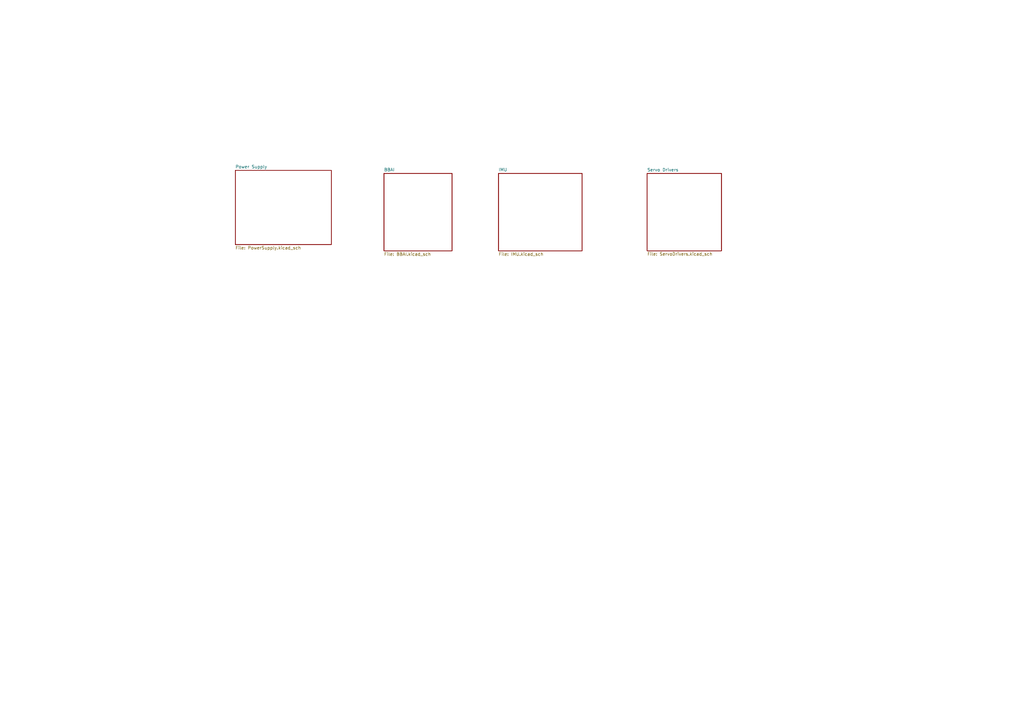
<source format=kicad_sch>
(kicad_sch
	(version 20250114)
	(generator "eeschema")
	(generator_version "9.0")
	(uuid "c07b6013-2147-4cef-a16e-342deb9ccbf5")
	(paper "A3")
	(title_block
		(title "Overview Schematic")
		(date "2025-06-29")
		(rev "V1.1.0")
	)
	(lib_symbols)
	(sheet
		(at 265.43 71.12)
		(size 30.48 31.75)
		(exclude_from_sim no)
		(in_bom yes)
		(on_board yes)
		(dnp no)
		(fields_autoplaced yes)
		(stroke
			(width 0.254)
			(type solid)
		)
		(fill
			(color 0 0 0 0.0000)
		)
		(uuid "1eb57641-e2d8-463a-80a2-a390cc9b9921")
		(property "Sheetname" "Servo Drivers"
			(at 265.43 70.4084 0)
			(effects
				(font
					(size 1.27 1.27)
				)
				(justify left bottom)
			)
		)
		(property "Sheetfile" "ServoDrivers.kicad_sch"
			(at 265.43 103.4546 0)
			(effects
				(font
					(size 1.27 1.27)
				)
				(justify left top)
			)
		)
		(instances
			(project "Automative_Hexapod"
				(path "/c07b6013-2147-4cef-a16e-342deb9ccbf5"
					(page "5")
				)
			)
		)
	)
	(sheet
		(at 157.48 71.12)
		(size 27.94 31.75)
		(exclude_from_sim no)
		(in_bom yes)
		(on_board yes)
		(dnp no)
		(fields_autoplaced yes)
		(stroke
			(width 0.254)
			(type solid)
		)
		(fill
			(color 0 0 0 0.0000)
		)
		(uuid "34b09aed-df58-4a48-9644-db85eade86b6")
		(property "Sheetname" "BBAI"
			(at 157.48 70.3576 0)
			(effects
				(font
					(size 1.27 1.27)
				)
				(justify left bottom)
			)
		)
		(property "Sheetfile" "BBAI.kicad_sch"
			(at 157.48 103.5054 0)
			(effects
				(font
					(size 1.27 1.27)
				)
				(justify left top)
			)
		)
		(instances
			(project "Automative_Hexapod"
				(path "/c07b6013-2147-4cef-a16e-342deb9ccbf5"
					(page "3")
				)
			)
		)
	)
	(sheet
		(at 204.47 71.12)
		(size 34.29 31.75)
		(exclude_from_sim no)
		(in_bom yes)
		(on_board yes)
		(dnp no)
		(fields_autoplaced yes)
		(stroke
			(width 0.254)
			(type solid)
		)
		(fill
			(color 0 0 0 0.0000)
		)
		(uuid "6f119c3f-94db-4ed9-9af0-8eee89c2f72e")
		(property "Sheetname" "IMU"
			(at 204.47 70.3576 0)
			(effects
				(font
					(size 1.27 1.27)
				)
				(justify left bottom)
			)
		)
		(property "Sheetfile" "IMU.kicad_sch"
			(at 204.47 103.5054 0)
			(effects
				(font
					(size 1.27 1.27)
				)
				(justify left top)
			)
		)
		(instances
			(project "Automative_Hexapod"
				(path "/c07b6013-2147-4cef-a16e-342deb9ccbf5"
					(page "4")
				)
			)
		)
	)
	(sheet
		(at 96.52 69.85)
		(size 39.37 30.48)
		(exclude_from_sim no)
		(in_bom yes)
		(on_board yes)
		(dnp no)
		(fields_autoplaced yes)
		(stroke
			(width 0.254)
			(type solid)
		)
		(fill
			(color 0 0 0 0.0000)
		)
		(uuid "e9a15bf3-25b5-4588-8308-b7d586974115")
		(property "Sheetname" "Power Supply"
			(at 96.52 69.1384 0)
			(effects
				(font
					(size 1.27 1.27)
				)
				(justify left bottom)
			)
		)
		(property "Sheetfile" "PowerSupply.kicad_sch"
			(at 96.52 100.9146 0)
			(effects
				(font
					(size 1.27 1.27)
				)
				(justify left top)
			)
		)
		(instances
			(project "Automative_Hexapod"
				(path "/c07b6013-2147-4cef-a16e-342deb9ccbf5"
					(page "2")
				)
			)
		)
	)
	(sheet_instances
		(path "/"
			(page "1")
		)
	)
	(embedded_fonts no)
	(embedded_files
		(file
			(name "Automative_Hexapod_V1.0.0_template.kicad_wks")
			(type worksheet)
			(data |KLUv/WDqZNUaAs5IxfwPHMAqlA8M8///ccr//x/g+W+wg51Qn6IoNqhBuAshEOQP5A9f8ERiIEB7
				Z30tMofpDRoX8xCIDylUVB0kKxY5+uq/CSWcKBhmkG+gT31VwSiWGqVKWb015N27RiMf+9fsfj7m
				bdDMkSBUThP6mJLNQtf8SLNI4ttun9rVSizfjkFMOpW35/ZZD1Y2q5LFSMqMJtLYh7tG1EuZe163
				xFdiRAIun27Erhe2hMt87OqUJ86VeXZ6TPvh6MiO0Nax9A1WlJ4FXhIU7wauz0+pjp8gdnE90PI/
				NWbE3hVIPmUuJmGrVTh/rN0edr8O2rUtI5sbXAiM6S+nikBe64sYyU2uG542w+PpXM6JChcH3ccO
				ejfB4KdIbuAcwmiKBzAaTkvnhetC7Ql635Wg1ApxhMBfmm8okR793wTn+ZhB0xOUSSX3iqQ+nzU6
				3xDuyeD6PqtZizBQ5HUJjWDHz3H+bMfbgslk7Vwm96w23DeyynJk4+22sIbdDvAq2geYfXGZ4GTt
				ibgQgvBngK6J/4zCn5kq9laQgfyntlHW2ww20sQWSIW3p9BJ4Qu2qSe1NKGQHQo+oXqRt3uaWYHo
				CW5nK22KWG7iUAkVEdAZF/09t96Zo30tPvIsGCBXC/Pqe3vkxjwmQeii5TbSXPK9Xo7JGK3nrMLf
				1U3j93hy7JwYHZddcc7znnCljqmvt6JDv03naOtlKabGkcKiu8nbQIKdFHQFTbl0ZUXBQHk67uIY
				o8tmWztab2tH5Lz8CKnq9vOR2MG7nWtYRpSE8XuflITdzt4Wlnn/RjiVPlIQ+rsST8dlLoSlgpET
				PJ0qchLdNuLcZsxC6dYy7QLT6LGYPY1CX6FfzSNj+c0fBAl0m2dLH8vf1Ch51yH6CcaN9JKF38sQ
				04bieWkE7OO5/tr4RDYQWbNTwGfTGuMK+kUqHZWA+rXynBT+++QdKDLVqlcrD8gVZ3kzGt1gISCJ
				5v8p9uRdGs3N9ex2fpoZxl2zjxYnaqBB288eM3Ds/54Ow+UkCRUYa8VGM6gwpcXDrFS3Wzv1cVY4
				aE/PEybolIqT8U/hTnMINPCHZX7V3gUxfQjMtKaXqwyXFTkoyvBzUbYOnb4pea4moQJsZpxhlf2C
				bbYEfYyEEiAzInl0oMtAknKHBG2swMelmlVe83XZCk5mXiY66YztDwOnHgZFPlA6iIE4Z3/Rv0WG
				k0btzqvixnfr65GNiApVcxwmUj0dJkbAfnT3d7UvJ+dmd2ieTRQ8O4uZSCYPrNU66LA6IVj2Dmsg
				A9fYZSBsPvqtt0G0kJk7p+NjPkKNWBe8MN0kSVzgQKtmUCmDnXY31gkLhk/EwKKcwJtSAUK7VNmZ
				IcVkLHdrN7R8fuhiQ+87eK9NW2uwIGq2Fempznp2eejrTn/ZY2+LDjHGOqaCQYmoDOfMr9QLxwFq
				eLvZJTnjdKOf7kC2rJnHxm9iTsHzCRnl2hgydJ4m/U8LYRVI4qFgs9KF2q57ITv2SAXHI8WBio7y
				eFZIy1PN1qNE/M1q4VoMhbiFDZsgziZheg5urxEoxknW0Y5HNgFE2Dt0r1f2NHtDTbnY+N4G3d63
				nc2KF3iK5p64dNIIbo0xEo0hxL6VkMGPq7JvL/4GJajcuyg0whOXuUT4BTJUQ2JagbjkOQSxFRT2
				ao2k+VVZQjpb4U2blG3ACN7+nJPmeunePqzF1q3Fx7WMmoyLRYbKgFbo0FPYaFee+wqmZmGWipPw
				hFrLha3G7h5Ff7RZfFch4HMDNuZGSEwxGHHHWsshf4wuQd2ILvPyaNF5lJiHV9h8QNC97DDC4KNs
				XLEh7gXRADqjCJkU73Aaj3fsVVGW/bTT5gclV9BLsZ7oeSlC9pteEgv9LQW52bNPQFLyWLXubCPD
				y1k++yi7wWBP/Q+T31RSIv+QJCsL87QhMEeJAHr/tTF+jTq6TseE2w6mgwvm4pnqHTl/R4L/Go0Z
				3v4EcdBOS+PHNTl+5m22VkBo/E6FGzKaPBsbxjYxWsqNsfrpzAo/uCHgZzTITCXOHRERKIdTu0n6
				6Vvg//zHDRIUUBCDVQjIRAJRJnNa4QHMsAZqvrn6MdkrO8utIrEn5y1Gk2W3YdVKNuPpHg10kHV5
				G5pjAKnh1YlTxCvO4R6tvb8Msk6fGZngnXd6G/bB5DN4lbQP6zQr9lOezGrWEN0a+73+uaGjSd1S
				EBSHYfmJLrXAK1Z4hyzvPXfG6LARSA85WDBC5LHQgW8fFDb8Tm4i+LmjJgasiie4VRlT16ac7ugk
				NiF3x1epNui2BxpPOKAIVONKGneSa6RaulnF/Zm+4MmUo3Po2ljzNIrtKq2EN3BPu73SELXPjBDj
				pNT3v3UESDn0m59MYruvOOF5vvL4t34qJbnTJiZ8Xch3a5APE9O4yC8p/2+tBOJVVU+sTr1BX0Ux
				WTDlX+0bxSSjdidkxokCAT9M3rqCMy6me7r+S4tlSK0N714YKGInjJWqpcCZMRht+kwbRbNje3UE
				VfNL+Zi8K6Mqbds7dOm8C5/P+eZBsQShJQfLkrXQEVqj7sVj00HgR3lnpOZfQEQ5ESPMRa6Dvy4/
				U8OQ0/5BmhTa3YOLPtxjqJXrCumKCjB1Szxpe/g9pIKYT3tCq4WelKJ+l7qCKUIpqi7o1RorSRWa
				+/QQ8ibmCxl5LROmX6+w+TgkfsHF2a4BrdissqOwv2RiKT2K8vn+vSMr6Y/HmpuWq8hNRFH+9U/P
				KIEOs+Om4ZytAD63N2yX0xGlsBG+4IclQbieAFrDij+ye68M+iENBoMpLAvWLtATXjhE1jqrOzjz
				kcUSv6hoJdZB8inSW6A56PEYmAjp46+xvIKipz4LbIhqKy95kBWkcWqxNmRrYHyZJSRXUM0HG5DU
				4ewQqK1Q7nfhiKHSrNoo/STvISVX7xY+dKMHE55p242rQ7URuqC1OnakuwrccmNAt1Z0k3gUWB+y
				RLD282FL0SF/awpeRX1rvEWRPQgpgUYirCFIcC5QfeQBK5KgYSvKeVetKDRvHz+QbpTRLUirt3tS
				aNOXfhTnR8pdp1en0951u5jHhhjxc1MhJETRzdeYzJLHoxeZlAeKaTyj1E2HXfMeZSdE65NJvCJz
				zp4K/0wpyvdQXgekXzA0i+muwjrXiSEFSqmsoTr8ru21UeEHH3o4UdbJFN250Hfwa3FSmrfr1u5q
				dkDcUHtOn3G5pqAhiqDARfosSjA7ND0udyrIu3OhbdVIFaK95o5iSHvWzkvuku1r6vV6tpi22PtO
				vPn90DGZrkZkJKoRuz3MbXSROuoFRXL+KsL9dEdIiicMc/lAJAdt1dxlIoqv2dieB0O//f7m9/Uh
				8WYU3mLR6J/K1VeoMOiiJpunYndDWrgEq4dm6FpvnxYWeTyXN6HvWq+cNhU8O1z08nZn4PztRds0
				wOUabuP77FGNsJsyzCcYzPLDNKdjPuV0NFJ5iBSV0uUP7ez92j0+5Xs9F4BBa+XfTozrVL7DqEqC
				huDNLemD8x7b9GHnrz2em9FHuXRsz+FWtvZL5W7yhhCFgyO0Fb/yydf8tT0oX4/ZCNO+jt2bdQc5
				Jhb7tOTEwgiXPQHHdYEN+4SLAoEMl+U0C5+vd1Ndvgo08QpgqshM1RbAqkBIoUfgNFG9az+P1wiJ
				CDSbVBPvLvlSgtR1ImnETJ70OxS0WoQhH0dyYC1oSP4GAcmzBnVrLtZtmY/h/nyTwPigZAV/bNQc
				MXGFwRHSrBUwCjOmAJ0W43CUYXDHsuOsYtq2BDwQVCNZBubZpF/KmOWSPBNnDZ7/v+LjsEUO0nwZ
				hqMXJZIbe49Q2s+WrKwWg2iSroA+Uz3ZpqGcF/fmZtC+vHvJ79nFR6fw/4Ue0FQYzKNrRpvsssiP
				OGcpT2RNu9kpGlSdwqmqda7vLzJwVA7b6LGQm5Dpo63wKp5uoqZhAr5hrwAta9B+J083xSCSpgNx
				ubh3O2v58nZopRFqdmHzXOgD9YQD82sXlKjzULyL/sQCdnumSaD3aJkqsmY7Ixyk8DXURf71cjJc
				2+IzynFWYX2R6taeqqQCrpk2sSY/rY02645zziPDbswq9q2xkIAYrlba5ZK9rmOwF4sto9vZa4VG
				eHyrTiydvLEV01cJanV2Vu3mQwr8ivkK2o5L4vxTq9JBS/QKb4+XqnitTqwjGDkE5izzKklrriad
				MG88vuJG0EkCJanisbEWF18mhVuG7xgtsj3UGI8C4DHFaCRc6RR7p12wSUtIoJqvOH993E3lUiQo
				umqZjdqcql6pLJ8QI9OILeZpu+DmdoEymld0MRbspgJylNY6j98kbEeDxxNThSz1OGb6K90Rg3f/
				q+F4vyEeuzQFpIXeDiMABZjkw6wg1I9A8Ud8FmUTkpmBLYyn6ES7B8ko1oz9dkkp11qWGLOTQKDk
				dFw1bP/xtJwmjKK25/we6Fw6cMSL7DVHcKsUBaC2MIM7VJWbveZTSKCnUU0GZpT3dtvYiM1D/V3F
				qAooxcOdp8q7rX5zcLfddnt76P7vvM6glB/kdkUbVbIWUezHyOS3yGTbThbZLf1slWRt6UarWutW
				Yw17+5GyqUM+ua/159H4iEaVroGOsI3Vrxpj5SoMgdr4eSRozYIe6gvrMv/AFcEcPgcnCAir6ejN
				V7qn3FwZR5bH48jxJ+Lxt9FCx2t7rBZ9z7ZSO337tFWyDcfGMufg6QeglKgbyQu0D0J+oVeVXdtY
				X1x5TxQd6rpxtKHgiGv+/8/0GaeQZdyvbdwvsdHiAsMKWRybmveEXS+GToidutSk3d/f9Xsqt1SP
				xK6zd+0csdwNWg1+sZgP57XaI0qKMCHidc5BVtvilT46PeuQYPf1cR4jiuCkhQhKK0KYyupSouOF
				n3tABie/ZAMf2Ys1TZ+abpRaYVcufA8TAAABhwg72uuS9Mjxphq8TyMbYZrRDyqbJ36yNozc8NOa
				up2uofc2R3wJMIBTP1ViAKt8pkWxGApAigEwh6IAwz5n/UWLpEAYIoE2riEjagBfuGWbtoFhMxha
				VIaTNoAnpLgBLIBu33yFfPq05/oZii8cQAIGsKb0+qbfANh6AL7+0mECsocKNVGhwIYDo4j6lsVQ
				wJE1WoRV0iulr3zq7wAQUAygUBQwEBEGVqCsv2BBFIT6DkBfV/c7igIIDyiAWhFgAPo54zU7AHy1
				T86LuIb730+Va3QAx6CAQQGEOIAF8Ku3LAQYwEUo4BgAMxDaVn1eJDYAap7qcoABEAUgjAKSASjL
				AyKwgRoQhd9XOcAAA1jAqp8QjuM+vur0mg7AZ18932Gi8QtkAAOKogNhHAAAOl2zxACQYgB5bROA
				IMAAUB0ZDKQYwID4ATylX/1c7XUAA77SeJ3q8kCAOK1ldACrrL/6AFZXH4BK7zV+DoAAA9DpdZ7r
				tBhAMQCVXg9jAANBDEDHTz0nAAEGsM4nracrfoC51vUatWvdbV98IAZAvy1+zg3Q2VVGAEIoYBiA
				q6tvv9KvjABEAcQA1v/N9cCqHwAA9q6v+aAAhgANIMCrrg2QbQIMAK/1E1/ptUXAQhCEUQzFAOj6
				zfGVPwAAAiCAPO4boJ7pGx8gRO4nbW84sJx8dzvFbyN8slaBVVw2dCYzIE0l3rKIUZA+Ae/OfRW7
				9tfL7X7deRAiLn58bPM+Y/r0m/b0J53GaftAE3Qe6tHh2xkKKBH0gnJ8iOvRKUYX7oay2aUJ+Lmp
				13rBxNALs4UB/Z/gEUssbP3PoRdEjMRoElHkTVUhEd8j8ntI4GiAKwILtzQoVd6B0Iu7Rc3AnPJK
				a6tV2u9fYqW9kX7XjUGJgHV2Ve5vcA1FFnVkbsr5lA9jCpsLVm7sjWFbif52gXu+wY5+ay2gBaVg
				4za63Rnwjmo4LXyT3RGuqcLLK3vBOEeANYj2/0rY4kCzne3V8OWwedyrlAxjYd/0c6ui3HjSfNNN
				XC4Wnu6p1/OWXLP1f21V0cOC5etxsNnyLJxPWdh7GhAReBRdExACSgrzGJjMfPv854qg4ksbpnqs
				pqF6MJjGqp7uqEsB867MUj9ETWDRbrdHhDweYiiiaMeTeDqcDeBMd+amSLt3RhSrEI6iz3PVCNAY
				//LWLkkEmKRbpb051atgXWheqNf59P9IOM0JqEpjn9MzPvoQ+50v9E2jRfDBn90r/ynVL2dNNl22
				u7wlT1IFFwh0NxKNG7qhlzE+az9LnMCTvCn+hrurj7hFE2peqOXfgIbGw6r+t6xGw4mCus8CAg4t
				q6vCOiLmGxFA4RxTOxA6umafagms1wsNiH7u1jJFhPGJnr+fht5LdNKQQ1d8Geddeo5dpFMDd7Ad
				qT8oCFFTPL8LvBd7zf6M/Ey30bKKOS81ZXXAQqUzJXKRUKg7jozgiFi6lr9839gWdSO8YoZ31QUi
				ygfCe7HQ4duzaKxuVvnPN6SGWnYbqOf7Gx/UsxVjUeim47jiWqjXA0x3c63hQ2pM921bJ5qBa79M
				xpi3ZHHt7d34jJrzDGKju7D86CjZG8h3t2NXTx7zVvBqBxcfnI0uwdCK39vOERy0tA0pVrzHVLQY
				yEF8G/dnIpLJ4lWlzRtBzXcNsU7PvG1o5TIKUZGxL5g2CqmtY4+aPpIPzUmPseRO/RHXDCrFcIKW
				CKE24/VspD1a/Rz2GZL8CX/ZqioRX9wlK1PpcDzC48sEjKiG2uZqdiJFOlIRcnYpUFaqI0Q5GHo4
				1zD0BUb6wNk9wgfH8J/j27Y49KNk3ebZTTRVgzfKne1mdtP3M3jnOwxEbmiKM8PtK2xsLTSqI+VU
				zZ00HDpsdk0H/nzMmFh7/icPly5ElWm+WHFtE8IejP+t75cZpnDc0Ah3u4wB5IXlfm+Oq1SxgtHf
				taK+gPHLp5wiWfeHEG98WDWRcEwXzllGkMCIcrCKkDQVbbDQlUqhslkWs7o1M+Y2qanBLW4PUKPq
				Bpc0zqbFpMVW5CevCD5/QsgdlNjN1YAWThpovoSLm+NGId7Rt6T1T8/1zO3RxZomLwMGT93eC4TL
				islmDTUmuk1uSNgaxNqm6MCcCZixgnBBOkrf/cj5Hqw2VhnjzqpKWUTCriiTS3SXWbE124h90FFw
				dDXCbGhfCSVM4tetzgHtVs36dyuMkFAuL/t5ywcxHVjAB4JpAv6gaqirIBF/Us09S/WukSp9j+I2
				2diw2OHITuHuSvoJ3cDGUIaGvFldvtPMEBN5dx50QRIXbfpOBAf21rBdKRiieNXkaCw4WdXMz/5v
				DfMulVNT0B3Y2r+ff3vtflkVgq25RC4fVK+2fhPO/UKtvhcqnNlJ6AAfB3cmS0wc3vZh9z12WC0T
				alJ/1Oy8mKnVCuyfOOiH/xxrNOOYYAyFzCu2ASixAxkf+u8pbKMee3nTaoYJdrPdRl/chF1gH4Qs
				dwUHX7IVYaBJ0ppDeKQ2htfCAm1mWzPrZc/iPonm8Ppy7JdaqxQC430XBKi3YG2Xi+n++tg/yP3m
				Je7AzaHfO6eadlasKYL5RCESSqoEC2Qd1xH0PXWFt0qOm/sFwlqIo75ZzgmWo3YvkqS75MdryTaw
				2bJXC63g9iQSE3UEuWDWVgT0JWLRf2MbDP2tEXWtF5OcvoUTSbWfRRTA4MZy3hgvV3kfRa231mxa
				dNIOt6I4g7UD/MzPmux1ysKx+lY2eHvmOJKePtL+7lt6JtmAWOs+CNeSkqMGJeLXFkxbCukW5l/g
				ot8ySgdfJ5JJxHr3LRpBwQ1DxJbmQcDv7AdBQ0xcbfjA63/Gm95Re6HDY6PmIAYf+Y2yyHT3Y/Gp
				ITItVVeiWULWO+1vydPDHKSvtpuqeLxItAYK63GHNi68jj7oqbXAU+98PYKrE2GDptiPbvkJJvKY
				HHn+B67tQr46wIOKSU/vDCgwqTG6cOpAPyzDv+pUmIhywUF0Kw4BDYQyqmMbYwkUUT/iEdDbv2up
				WohVK0fgQnBjb6/5SA2BJ4qjb/rD5dziSCr0gAaLPyT6i3YhQAyXf86+1k8kNJlQcVpgEeB1gZEy
				HQIKE2xRHYfbSSH2+yOqGaPPqYbYqDqJtIDh7jHV1XhlxzgEZnemIzUwJXHZ/Qt80kXUO5p5mfyX
				18nxxJ5g6d2Rdmj69Z6i6pvd+WKBR9EoNrryYtYX6ePtRH1qrO9XpW6tUQ/wbXNzce+CJ0A0gUk4
				KQoSfvNaYu6WXmx4nrRxWBHw3gAvQ9ZNKuM1FzX4XVI0QIGbDNohnVN2miuRGemiJBB0K1pwwke9
				yVHqkVwbDj5ngciIE9OOe1/WkPl2hgp7FMHAEbIgoJ2xrhzDEmPv+9djTUAD38dJWseTzAxC1XaN
				Q0gnOLb8S2CIVOmgeQ5cKJpl9i2Z6/RTXyx6NjSEsIp/oUqskkAynUz31rVCm/iSRUNiyHglsrhE
				54Od3OYfdg0Frq1C6PxWln+BdQ2gDpm8jXQs4c2S3ueco3cBdRrWMQeIa6kKL0I9NGeJlUDChXrf
				EBUBzLKZQKPJQ+TnSFZzbgtV9DB3Ohoy+H6h/VO0S9bqaBQRCtktImpMMHGFoCixbwXWI/w3m97s
				EFfq2yd5wTjRvwAixIXiPcy4F2SPe3wgZxwwmsAhcgaBe5PP/sa3dPvG+fyA4vZ4YLBndTk11CUg
				69VA14zy5ImjnuToeqT7+hmrjlNFuVAYTaRB2roIwHpVYIrqnFGyfoqFq3YVOzUqkw0cBc6hoYoi
				4RmkGjcQxWU4AP1v+NdfOix7nQ0dN8A6aEf15drgCGt9N1+oy64XIk/8Uv/4KCsKOhWQ0rMGPogs
				IkqpktwFZWNWllD5gzb8tJ008aVUor1elJtRwMNeNAPBO8WRhzA56GB9R185YTWJOwtjrHiPTcj3
				TfZdmW9oEcs/Ua+mO5lH59QpJMCpcf8ECX7VBhJaaXKCTlYt22xTBpbFrIVB2XQOUYwDRSatfyk2
				Rya2C5v7fqMMa6HeLa7zIuQGCeK2nVHkct0/FVlRcQilcg4ppSJFaJFiYb8kip3Rjsw1qy/y4zAw
				kd2XyfqP6GvMkkIjuO6bWqBxy26blpK0S1814WBEdBNxqqaZkTWMA/WrBcg6AcNHwdSwQDKfO/mR
				SIkDX+kACULFw0RVw3pDqPzdDpAkweuwKbgECS7BezQqt4BI997VaZhlUZaKBzPLOVXFZgZq4hZZ
				gLcWpSGcJLqDyIqnMQ70SFU9L7QYj0nrer2/annnDSKPjNyeoWJh3KalyWHPhnZWjFwtYj/XRp6M
				OtzAxBpCac/RGJZ5phhxh76Awjw+cJGYeGwEJnX+oizqxUYnEQU07MAgGh8iBrPawcDU0ry6uHut
				XROvwIgev6vdOj4UF4sKysd1/CfF4vgg06A+m+ZPc36vMDS0A/gUwDPs5+zJe8TsdHANVeLU7P2Q
				6sHTigrN2+OtUV67/ZrcU4Xv2MSuxcEASsasFCGTR74pxd5PnUZiH9TzmLRv9uB8iO0KtVUrzvlq
				yzPW/P5H8nMd7XeJNLqiP9y+bajssHlcQsQJ+y6tYNMrpwaro4aWTbzR6KZHE2Bu7VJmePfcRJH6
				5HtWkRS3lis12mLnfh2dpVHgOK3RjK+sY+y8BRn546mpARMp9pcFh/QdR8CGflNO/CNG7O3vcbxM
				9TzgpEV6nnfTaJTkfzWabf/20lBNwdUHpKZs49RBDU8fLCX6ACrq34typrTKipFK02spZrw76t7L
				GcWFbYWaE998dYAz0Rpm2z9JliMX/o+JyZIXyN98E1rEqEVXbOanyBn/NydUUw+4wym4Z5eEflOi
				WMyD9tfXXvsOl4GZyNRxvcetgDJlmg3pqq4EpzxCjuxjZiMydOIfdPcKY8ioaUt9cjXBQVF0McCu
				pORI07PulRbx01Z5/0wpKm/OyHsGjpsUAxmuNKZRRMfSItSzJx3yM55NvOU2ti+kujNsbIP/oTao
				EuOrmZO/xiPJyoETusCNJk04fVZhYUPD6X821aXkEPSVX4mV+XQliRG2saGDBTnYOEWvTi9xYgE6
				nMSyNN72E293cAiLCMo1X9xUgCeYqfEtgGZo+xjHmAJcjOkzaa9cd3WRsKJojdtCfDvU8DMYZ8Nz
				/ba2Zpec//M4oNUDDy8UJHvbfUFRuJHwx9wgcxjJ16wV8y6elDqMrTzGrRai6SyZH0BB2bCuRfnO
				60XIgzwx904zDvZCr1vaQNHfqY5YgjjMMDBrj4pcyMQOgqiG6/pho1TJKjvDxK62hTdREBG+9OLy
				ekJIYB8OBSsy5qsh2eXOjXgM2vPjBU5p4GmGwbDiUIguqsUD1xM4A4xaeHBTYH+SKl2HLwINYsRM
				B3ZRf+qloB20ATW9thmZCEzE/0Bzw3fpupFCvAjkenmBadY3haG7nv+MOVcU59SJzcuuiCyQW8ST
				tYYJmpkfbLUzYDqxDa4dBRoaTy0uDu5i6Iq5fEwfmFo2x/PhNCrY3S7K1PjB+aebMVny6JGhYd6f
				N9yhOaQIGiR3DYQwgNK/xWs8KzvUTPe/eNH37UWQRB5kQO4x3pfPwLKmhvdJ/on1gV9ug+II55C8
				Vbp4dbj0aqXXZKCv/KmA3CBqutBVHkOTdxMMKsh1omUeCY97YVPLENMx5bb0SQOq3pMWKqVmGV4q
				9S8pwd1VLNHd3U9+fY6mn6OSAhRSZN9i6BP/lfXVZ2/JgtxsXUygGWM2KEpeLBeYgAMyXhcupJxC
				0Uz2qtsQ5R/08X9CEwJDjMo3d5uPIlqdhuPLTrV6K0jqlD10AmuQnk3XKrrTO5sMOpqi6dyiK0qQ
				+yJBTYkV15vkBOpHIhm50+JVI4h6JATRd3HrRiU9nWulu1yvsOzTQp/lSCbe7g2cO3U7JICs7xyU
				kmSBTWVPrwlwbxNfvlW49hgTFzGutkGp1lsHCkO4SmycqCcQwfKwaSQjk2dOv1OtSb2A/WalOqgQ
				30wufJY+HDJhhRXRRunpmMzCU2bFYXQRFCbVQUOhjege4XARNxnnvH+6G7HI4TuGG4nybZ3Tq/Nb
				oXQeY3TCKyyPo90LL9uiLxaNMi4b77xb/1drLDVax1Ksm87hhxcV1JJhMfUloULsUNQybhqxAbU3
				OsxyDzb/rIbt0AieJZDN8w9RQ1huy6miyJNafR6pMnR/SsmgEXj8Y93oOfrx74GZhsH2ZS1XHsqM
				HO/5YXPEi2Tsu8CMx0gpp498XvfdVF7GsmpIG+gdV63XZMI5E8KZYAEHF9ghfBtxFizagtEpZmbw
				1mpWvmiABYgtldQbCxzo75jWhlFOoE7HDXFe4t01wozROoCQfuqaNR65hcgVN6ljPAxGgnEo2rOb
				gW+N9UECv9crNAzZuuq/VX8Tr0gyLa4EdA1zbDtJIQMGcW9m6JVB1mlsCcVEiMqvX1c1jCdQeH1+
				zLpJJJdNj+PEc6lmRo8f4czLXWNnHtnkc8mF8AHWaqhXc8rRIGNXQ0NViweWARiu1kchKHccxbDi
				ydERNxln43OIYr08C9O4knl5UozQhICUZGV6wwnYss9hu3sWvpB4eIk36HXfs+2yjNrR6Ku4szRh
				C1FTh89NHLz+TuXbcd0G4zBP8sQeq4Wf6wGNK9Iolv2toXsOo3xIixxZVCV8JQPk9Wq1+KbUYdzK
				1/ZxOVXcdad64DbfrFwEkfPYaNhPv+adoK13QS28NI2xCm5PT9NqvmKjgxPj5rCic/K1mqxf01tx
				XjSYuieFNA7fYVeCKXyF3cGIi10bBmPRoiBvUN8bLavZYtPiA+MbdZjdwQQNJOuiB3OX7UBCMx7i
				7bmF+y7DIJXQqeYwO1LdJRy6BofF03pwt7TupOeIIx/m9lXPOZdKqkz4N4umr3xVibhYyiqe3nq9
				kInwsGF8P072vm+VIS1EWqo1dcKpraSZwoXYblqP/LKb4BI7N2vTzCequEJiGTZPoXiFjNU7n4Wp
				2l3fdPRt5Dthh73szk3dQduD79ul0vAgy0TXlq8DtMg5kd6SL3zw/71uDKICF0HcOc7Frh/TYCyJ
				b9eQFw3qfvpd5rSxV+qEOSZMnPOMGvO9PmxIzd8S8/gCtVZjk/VM2SjwebI8ZYa5dH+qOAk1RNer
				0SrQpKfjs5nakbURnFuMGFnL9foy2tnMsK2N6/uYYn7pnbZIZl4lEHULRb7b+Fd1PXM1gnpXN7UW
				KbU45UNxZymDfq3MnuUvDxUplvO9LlB/OoNTATjnA3EwFGaJ0uE6Uqd6MKmsWrR86/NPLIYXmNs2
				2zVAbkb5DtxFW5QMk21x0SHrVGiKSHrIRJe6KBMm49EE7N6q7+cgTje5CXqrr4kF6eIa9vwicfF7
				fX3Bb+ocBqnlta3IMD/daMDbJXvAg5vU3VhmNvGun7eM1PdHZK0dKiNaJGy+pVJh+f8G2hTuvjeV
				/OCTNIcKZ77esYTPCzUubCbnYGTy4DTxV+XH9EBmOGaXsJ+Xbh5boQGZIG2pwza/WHG0JMiZY+qB
				/4xNXJ5PsUNFHySmIbyFx6hLbCGxdQcYRc6iQ5GKgPbzpz9thhu4DCoeuymfSkSHyeQrUnN+rmB3
				Ob0ldJvT/Npr10wNcx1CboSrh/LHEuXPXK4X8S++LTX85uVG1X70Q5/i4geQMXCQVi87a2a6IxpJ
				8apg5dh4CzGpod/TGGkwyGgwc2CY/OXcXqLoGbx9v4PKqKhNwtU9e/RHd1pQPDjGU7w3pPHL/Gjw
				IFuPTHpNQHTuNZjBk5NPryqs1Chk9fWlIRf3LB2haPSAa5LSlJna96U2mMAyjWtOA1Wz6zu3G7Di
				uKTdbnY6G1KnQPz8VxBoASjms2jklP29d0RQSx4Gq4ZGhNpDfC/eJWj/g62aZr0qP7UyVbYe6RFd
				Md6u3wKRhaCoS73zIWw+gel+m7NW+3u0+IoeG44K8LhqQKmfZU1f8BUfig0SFU57Xdt/FpzR/jbP
				D0/1VpybTsI/47y29s/07CbGSDP2EcHnhZX+G6UfWEGAjyr3qZxqnolSkoZu06W+Jitu/CzmoPe2
				0cXYGBRb3qKIoE6+LvHuxTfV4DOSkcmq1iS2PBg0gu2F6HI7oLZ/ZOSWqPINZgcB6iK4c1EQqxYJ
				TEBnW64TMG5a7DmqbrPlUy4oBl/BmIp+9yPK2VRCQkb5pfS7RRC4yaPa9PvNxOuNB+pUsYUdgh+b
				xPu22ZSswm42qTewlspy0A7OhT0IOPDywhWq4pHD5micLcoyj++0Fff0P3hyV/lUr4AZiVA9v82p
				gM8zkoROMQSLwH4OtUQTS8H1Rb3ljJseSKFI5IkYBC0+Dcy+73RATEKH8vfAqm0cQ6YJ8favwHqq
				PJChWu/IaDLdgEc1v7AKzvcFn+kuZTM6FV7j28ctF/mCU2DIb297VA43aS1P6R7aoUaTECnEt557
				znj4IF9KTm/6sRVXxnISyYBcJH/SLZZ8Y6PRLGjs5OCnsAECJCiiMkjIHYTgE/Z7rGaKyUW7YZOT
				zYKeUwp7Rtb0DdxyoJQeuXE6jaq9PA3QQYphT/MGKwYbLb1S9YYXYdgOh5bzK4DBkrdLyXW9534f
				jNXTLtIUuq5LxdAtfrGw4J1xFywm519WfDxOySJ1HOY2rndC2PHW3H+HsMh7KyiSseLuWct4dh/b
				cky3tNjwFjGlSc6LuPXTspB3p7ZSiBPYK6g0qPgDq9rFmChQ3Yebvml4yxm4/3EASqeM84UV6t+G
				KBGGqVKGk+N5TFp4RngI9s6b2cPu4CpGiYvPqNnmDLg5/ztsx//BFPS/n4/LmnxXV7779nPa8NUS
				XQZe6C3Of72Xz0VahDgM8UWJI03Fdz5nSAYzf2MBrMemFvH05DbX8RqT8Ku5io5+jyGq50MjN0jl
				wITuFtRIVbzn2Z56V+p5Qh8aAbX+nO9AzI39BZHKoKIGlsFOXNU91EwUXUpdQawGLmQki0ro3CJU
				10mRrLRmw+FhdnEaaNCgO543KjqtvRKwF0o4n6tjCfbQPKN6uaa33Df7KfnnD0lCytPvIRsCw5u+
				6nKFuDyNuICnk/1Gwdd8xPabPl0QMl1aYjCfEfZU9o2PkA+dx4cEMYidaq5Fqh6DGb6P6FH+00HC
				AWy07tTCAyvmItfH2bwG1Gx8rGbFZNcdfG3TtSHlt+r0QKeLVxYWT4WC1KVe5vsJDoRV0TG9t9Ak
				do6f3V2Mw8RhRtYWZoDzOvHrG74b/HsWsfO9YZOxQQjUbWZeG1TS8xasNRbvA8MnYMh/ZhjlWwGB
				XOnhlnCDtVFP0n+sDhPfvdIOEZ25vRvjTZeAb6b6fSoo3kSgC+eLWpWzzMAOmDs4iZBBvkBqublS
				LtS7XSpHrNwlgSEXA1GKHnUrSYidty2NXnx38AekAsRFKO8pUAtWP2rkQiOpA9kSyFTA8e+nr9h1
				9E2l+sLa9BFmBegODXHS+gOGO3GreBoVQ5H38S7NqrQOy/KB3qRkFVAVegRWVZkse3unFTKMFhyD
				IPSQFdgTl/fyPQEa5paolTIliPdS3C4SWled+nYC3eSJPTnLbfUhWSQJDkd67tviXzPVOdl7jzct
				Dtu9lC+Dzce+OW736+bQPXhBqCU1bmUwQK+jHIDFhA8I5XFTb6eSLxsZ7hnkjWdOmYA1tuYogR1d
				Zq/G9rsf/guaoRdxqDc4Cw94zEc0rcvXMRThAW7F4DnwMrvSaLXQza1IodHmyxGk89X1NynUKc/Q
				1+U4gKMfeKxIs5wzYEBxhnvypmrWGRkrijqkav+xEWo2gBAU+7/QpqXPhL36zKaYagQ3CMzWwCY9
				BFuzg0UlvUdPvzrR4/HdHYfUEcue+Y1035UaqnuwTrC/G9LMJtL6t4WeLE698IUE6eVOo6cg7Udy
				ULZft3rQ1tQ7QxkSY3WRHfhrwgp/Pv7CQPW39tYt4hs4Xl1PvqX+3g0tlG9hYM0mP5U5a6fvgXkb
				hIiJGEw02gFOUZsjAhKquCqbkzURWC45XcLflOWoLunZQhEC1L3xUvQyBkOzOaMbhflOpJ64NdUn
				BXVt4J3CZfRhu9PY9Kv2eOexwwb1Tgh3OkNkrHEbIg5Jhcb2TbTnnbtAgOOPw7sxzAtEs3UdaXlA
				wnmnsn+gvye1ceHtET0EhPmT8EP9cExftpki+U49Xdnh7iHn/h0HC8Fdn3BpVdf7SJekj0C1KnDZ
				+r4U0w10oxU2pkGuXHmQRGTfmxp9Gd364Bcak59iqZXkBbX/KMbzgZzabc9DswFX+L2Ou1hHEzUy
				7/LNHV0uhIpPM0seztf3pTpWzgqiKcBwkrnA1pzzJ8mZbqHKc7EHTfzNxqOwvif63vhOTfdMn7Vc
				GyUFltwB5LvWF3kT6BYUrp6O4MqZpj59aaI4/2u7+Q48eIuGoYrVgxP78EhziuZ+mweFFpniCS6f
				EIxHJ8CzkrSTJ3FuZIx4SxUIKWXmNzxWBI/uLSeI3H9G4ouymlC4+aM057I2Ak/E2jSME200cYT8
				T9eQTafLFo5mGUw08LHZmg5Pc+x4es/3bVl+3z200oOXDuV6Nn8uHya+oq3ZJGad3G2KaGDDn0hy
				nS3VakJb+P2iiyyVZIeaRBQTslLbdnmn7jAhYnmN+W2e2zpOsURrvCb9bVLjUov/gB0xQWg6iw/5
				HrfPu46VqvqlH55nqqdUARFLIuXyaieNK6WKs91e4b9sbqcdAw/uPI7PwOigYlZgjw/vsUz3R2YT
				XwtPablKmjcxpFeJu486qFaG9fpZCfoqa1DuDhWCJaAGxVCByXQ+Je6c6QpO5PP718spTzVWj+Aw
				DVhnY5EjKUeqfiE+9kpNh6XgBez/DHngkM06Xx+RjvZqux6m3lgWXiOOZRHBiobdt/b+fpxZVVgs
				lzeO6bkl5/50+OiB6WDpb5nuNgNNQOAgi+wClgmVX47XTNHZRKLayMSmKGsLDMrWIKApfMpdNAT2
				NMr9wHmEPzjGqbt09xK7SyiDRDD7mTTNhDNcsoQKe36XqO0RHS4afhXgPDgqHYUV0Hn3pHCEc91T
				EBSo8JGrE/IaCu8h4KW8+mkFAXF2Nf6f6ib7hyHZxCSwlHNze7OoBHyvSxsD959brJOvVSJtPnJo
				NeftqvbaHGvVlyIBvGy9K7lcYdcbkrTB+tWa2gKa8rlrGkCxP4so69XZUuiltT1TuCSeNYEDXLCD
				lBaD5f62t6VYqIRHLlEbFSWqxckWSTNc7lX34JlpdGKgEVLOITr5a/1syRphrdnj311f/fP98Vij
				7QB1uwEV+n1AkTUxmPGm/wNj+MRQLNM4R1T2ektH0MvGjasLsRN2zdidxYARF+VWby4Vms0RZ1q7
				Ja6c4ESMkVo9737Va8hRx+toUE2jem1NpH5G0jmH0yqhbRrlUBIwuPkNd2OIFW+aijix6/ZUkf8U
				aui4RXRDwxj8WKeJcAYOeNdLCmhRINmORdESJs+zhq/PcWdIMGRppVgRhKxiY7LOuUWCaKkKB6g8
				ut7pZLUtwhrJELkXeNydqpe0ebvM8aRcr0iZcCkpdHSBBBmjEZZwXENE2horgXpcJXffrozi1dQI
				VF4EARAAAhjAgLZtrRiPkNCznKZTUO4Uu36rf64XHBRuHeeJK++NrK7dMTnae4QnC3vGmRcxOarE
				2uiplCnK6m0h0yut8+p5u46MAmLtCZMHj0b7YoMjYH52dxU2cRRk+H9cO7zxt1GmtoMUvB6urSiQ
				eM6NCBpLVE88XzgRcfUPmcgr2YyQGxmpSx885w2v9eS7NL3QlE4Be096BJlAQOA2eozKLWKDN4Gn
				Fc+hi/ZmXIplGdtD9vOGbZMKTpTChnlNUgJZNEdokziL+r0jrX5zOcKyJ6Qlay3FVjpKZNqxwwqN
				oKFcNGJZ10INMtkO9EkJWS2x/xSGbKXDzfwetBipGYw6O0sK0uhZ5rdVQmiwyOfQGJWUwr5moGrW
				9CHF8VLSURDPtmg3RXp+NKHFdcJwRlTOjDqPVi2Cigj/64THN+Cd+TgReLK/mUV+UrIxfbpXLupw
				lS9tpfrJUQyjWwQF7fjbHewWYylrAzIFpu6jEHSg8h0+3/B6c2+OBxkv1LHBYUSpnvQ9oJiLGHqU
				P4+7y8JV437TGd1l0py0fCwgDU/QB3iRWrh5m6dJk8DIHJv59kWTTm9GyMQj+zANtdqiU0L3bQcn
				Bti7Wf8oQK9BKUxuzaC59ZHyC6lvg+aT1RD7oLrLN5Auuxa/QDgSPXgC26UWeeK8WnslZWYnsXId
				LFH2KhqCCug7WceCtvX8RWGam7eTaal2hrs7CSM5xQ5njrfkGfUCZRwC1pLsCMtV3SARhcZQxw0D
				k8BtM2J+ovpcQr0iiEkbcaub4YOR28JtKFSd2TlH0OXSsH/ubaSLIq8dHsjUxBKtxbnOv0bsy47O
				jRavdXMCWRvGLkD4P4+U5jxMR+YHQGqggzITf2lnbshNWQ/sOsI1iU3ZbNZwDehtStybuGp+i0GD
				TN3c7PExo51OMVFikRTb+uVbH+pbIW09Ejww5eMkh5E9MbBOLotH/UWoLdpBz0lzR7IfYOPvTjjk
				8Qs+p7fTeHQY8DNIij8vo3a5EKkr6riMclBFTVutBYm9bcuSzdaBf7QXTXwPffjlAqu+IFerVWFM
				tMdegJlWQkuw4in23J4JRtqq30UeTrivt6Al3hOnA5Efw8xk665ZkcUlLrapD4BhZpC0ahutbQWZ
				2zhR6+xcHolKkpV7OHypW50lHXq9YIyxjBLdwoYX5rZv23MLbksI7Smi3EfM1BdZIhB33IDGoQTs
				a29PW7wacrskjrwHn2QDNQT2ZNYfhQ1tONkueeROMVDrTkH/mBJdGBgv4fxZpxiSy4qnZhAiFdic
				cYB8Nfqi3cC9oIdEsaipbN3uScFM1iJg13xT9Od9V0kgnEe+1NG9ssMxX0Pcu1uW+hrGHe0hUCXh
				u0wirc9N7PAHCffWC5CwVVfHEHDMoxY7oO5ijL4O2Y8Ir62R/RFNsIRd3rNgikRxmAcMMvpSnMED
				R8wv45ccjSPMi+ixlY8hUKCRyWlkoSnDDaTpQGj+BgJBuyBsB/Yew9AZiVqnYz36WYfMYkeaymWv
				tiM9n8FquiFpzssjK0EWZagn3HQQbiUJEbZEXk3PFurqqrbxsfP0jj6V674Y39Mbm0et15CL4V6v
				DH497VeDgkCTfFFWgSutyAzJldnzXlTCNc6f473Jwo1YrpxZiQ7bPQdk7WRA/j/Oe0QUuOZ5L4u3
				UEGP/YPnlR3hIsF+Pa/sI73cHpQVVorIM/iT4othc3OyZyzIBDiozhaGa+u3BV8mTCtq5v+9YCe2
				ssbMJ/SlL/rAUvxycNytr1EV1ozZLgG+5RbkTGYdZxcez1oqtF4jybpudInvFskAZQ6lN5NYa1wV
				mkORLAZJXrP9BzH9GLOQzaB7/Xl6Q39FsmO1TX4D8gY+dHJPqaLa38sCjbp5yTaWpa/+G8WUpYjC
				Z+dqg4xsInrxaHzn0AYC63ceSHC2AMPOSOmqTK3hUxOHsxNk6xT+4vTrwUD009nJB58eenYkWSno
				ZqvFrBQVWtjY5LF1UL/5b8owFTn1IDKWs9B4B69E4IMVuXVgnJCvqdKFoSksU9y83YNjIR6U47Jg
				SuPilVHNbnXHdtwjERYfWae96LxXQo6IaNdVDhPVHyHp2fM5gfGe3zOYIfxx37WU6OLUYyp8Kvq6
				Fk4MjPm7e4esTJ05TxJ5mhl8nHfbkTVUxQ3TTXRiZdr/HPCXDeD2NKGkVF4Tk0yEHOEx8UEiR5TD
				1yKaOS+zsJdFKF5w+4IvL5d31ReWdMOC+e5jxTB1Q6qLH/V/jm4x0+0a3oZ3wa9bUK4PddcQi2zK
				cMyHPgaNfEEgFiXe18jnsoXLvH9mbIKze6nfSjt54l4Nj45He1uzDEEJBpy0wV/jMS3NxO9onTrX
				se6BKEI2MloeFA5lwS//3ZRbfPPNJ5/FuUT4hjrfG9BCsEY/U8NV4UcSxc+bQAXRITWE5vHN2e3f
				9VoWCuA7aQY95gZM/MzOhWNzNYQoeOl0ClivndEOstg33kxqdFNIxEj7WVNnUPmp2Gs8agT24kCL
				zllbFKGT3heOhpr7sx22AfGELvdsRXmeuwNPI0LxfeOcpUHRHJ/l+uPmvgiufIvROY8qeEgwIudL
				VslK9lMzf01PG4TTdSNciECg4Ula9O2EARTmEzLvS2mDLMW1uUoctdLlIfOKCsORyNZvzDtjRSxj
				lv+gSxM0YSvK69Las6YP+FjknBCmc9z64Cosns1bcte4+ftW5iS9/QSh2Z51jdmY0RSlZRnyzpJo
				6s+qlRupBT6iCm2WK6AsR7CCgKEmtZLdMgr+SY+chuJVPVnNWUxFJHiEBzyggnBMbCK/KaziOIVT
				t9qIGipSwzOzZ2ITgTARVvljBJMJB/wjbf5RTJHuOLIup2dHiYw+WiairifkbgeSj05mZ+eVAlMd
				u6nYUa0lprQe6nD4B64F79D0Ik6Id/XT3dHaHp30ik0r1lcWBb74lkw4cLWyEs7nVN6pHXcaa2hR
				Jk55QPS+zIWjlZ0Dd8W5GmUHbri4/azDCBhRxufO2NBL1AxC8wjpTEmpU/RiaG4xSVzX+ynOMmhw
				Ccv6qzFASk0Lp2Lq7GbA25HVuJGYf/3ZbxKe1IyV8+qYsxqC3zMQ3wsmHxy6Xa5ZjRhHGw84bGiS
				iufp5pBWiayqU+POTdV7hauSMdyBwhUX/lHYI1jl1yNbBy2vEpuQsUTLj0xFZXoMBc2HST5wC5z1
				1n6ge+/82iqil0G+lGOeXHVfL6xO0z4rGnqm47rcyMiN8YUechG+SlDSLU4oSOSW1f3c5xz95+8O
				AwYaEEauZmxodsAGh7gNlPf0eRmUqE7TKcMCaj1VrYG99NU2Hw6Gfx9YBqbPYwO/T/7DWmH0QPp8
				B5j1ixATuwuvqri65LxFrxd9sNZgr/Vu4M0qsZl9ORpctBkPqU7PHfQfTWkIkZdXij5zVTi0WF/q
				6GKQg66lpoAU1vUdmhg/sxpdr41KEXnQ5NOMtoZ8Ymow2/4aZRrLBtiJbyjfM2OjkxqcL6LsooIA
				+eacxzRePhvTHVlQ3JIQNiOjJVp1PSxeC/8ztlpa4V2JZ7Z4aUo1IKSV3SQRM3veDiVV0Rh3fFcH
				Deqk9fyAlpo2/bAB/X4Lqtho5pbTmRW6gkLiTaEebWaPmobA46gkfg7KQT+jsGXN4cRvZpDcxkmz
				brDFTmNUnJQ31b9Ldb3ZgRLr2cejT7L+VI0s8loU0sQoINQyk/yxGcGDF9GxvfY+9RYYtfNKY+QQ
				CZVwbQ6wWeHgZi+BDMTpD+SZLgI017ibr9IV5QbRBKrjCS/SXT2+LP3I4zRKcfW8M0tyhKBbek/o
				VFW29Ppe9lS/yoYwdVckKLNZ7/b5o/Cnxi5+SxxFFUDrOtnETVEOiO1Qgl6GABFuyU9D8ZlEluuH
				3UYDZqebXQ0uacs6a0HfDL5emeUmXBJU6V3USMwvSX/iGhdO2uHrGuVAzeKMSkeFkSClU875Zh23
				pcibLqz7GofJlrziFNGKOBsADUiG7rVi9AdSnbRwsWRVDt0p3pJKUG0JrG7vqvvI3R6WRZvhzI4q
				FA+YVbNSr2PAJDvvVhXsPr37+xfPDH/lbLtcAbOXgwK7K2Qc5TwXvFGEEiyxaPdz4K1t/oaz+OVY
				maiAUQIZk2VvlfCJAb0lOe5Ycx+UGtU6FJYJiQjQWwOCUbWhzUP5fs+PF8g6eGdN0YQJZAariTQ+
				Kd0gsTlX4x3r4iTFyNB37liBx/IGuobuwMSdRDgnDfR94vDnvLfBoF/5aGxn+4IUlU6cgBT5J293
				W9MJl2FyLXX/gZuy7GUeYYquFLF9qYgydfzWRkPxLtLwFK6XnwJN0f9bYaF5++PzYLV0MVtLRXX5
				uekg0qwwkF1cQsSF8Wm25pufi3wSFTnjLWcLSi46+OMOHt/FjlMUmwcGdtMFzXlLtMIK/ES4IkbU
				J0KSk1Hwi7hH8OYWFFyOi+Wf1P/8/Iyv6KHli9RnpuG+eBR+ZgSGfWrgiZVDWodMeSl1eG/UCSLm
				G5EZJQaH5rLuCJHyVmCTJP1XC6ziw7pTURfI/FjP3eK0Pivp8KTXc5fISmQ9IUToHJl0XLdfan2Z
				ekW7fH+fzw5soFfP5cpgws6FVTEVCJtodWynD0GsxEIFtqro1I+JpBf3IKuCNkhjYjJGvN8lxbE0
				i06TLSgky79Ebnm53fx9kQYVWHMGUuIcN51zvxM8QHsPrsSq47Jz2lM2v6clwh6Lx371Plh/al0I
				lQ85BC5PHOygY+N+D5wgVwea0pgrheepMMFrVHN/C+rOmoU/RcTnFd72+2qrB2vimfGfgMCnxx9s
				jzWjkeq2ZyCgKPNr3WauzwEnVehFCHvoMXZSfZCCqVej608UIxKTLVLXX0CURL9vA3cnW/z9BRvw
				Zq9skbGOg35mBvLceTSf63i5QNrY7kp9E6qAlDKH/ilGo8Mt9Yp21Eg23eWJvdOO8T8QraMbGBbY
				UE9+LNdoqMVA5eutIz0dJNAaru9sei2CWqG3sAtU5TzdqgxVR4dmjMZy0thZppOwVfwznKH1MfM8
				hOQwyQoI+U9qUPLJEm2XR9ZArXLGPQi79fgZMTctT0BxrBs+rQacv9q5kgoUdLWV9Oyt4bUKP0uB
				Bwlzi5JAQvlAyv9VDQvy15pna2iO/m3/CCwIVxRAW4H5Ykle79bYfUN5DRbjjzaCrqIPUa6jzcuN
				6i7JW8SME2vb/GNOI5f8k+lah0KqC2UrEc3ID8XI/vNH05Ia2acNkhWskSUbC3KZxgsLqatIhnQH
				osDC61iV2cmzb4pamJuhD7v/ps9PxVPAtXCTMj77TyMjJgNuzxlVPizY70oiQeddvaT04gQ9P/ds
				VkVI1mJNx0mT/OioFeQfHJVLyL2rtJkxkT/uiv1F6S99cu+XSSW1KqPzA3d0f9QTRLyh1E5e9Ick
				1cpqWe553TD78zIQPr9tRnaSFKEcOCY1VD1pgdKoYRxDCCGEEEIIIYQQISGEED8xGhEaI5qkA8JA
				DCI7xBBCEJEREREZERFJSVKQLGNkWwkgQYag+eR4xCamTAyZM2XENBG+kEaSroAhs6gbinAYMzDF
				lCljqDD2zYkzjM+Q9ed8KSeZYswIgu0taTFBis2ihHc8xoyMmTJdVQzAWabMGTJnwpgpE0OGGDNn
				xsyYEWPmmDMzYsz487AGWSwTJmaEE/gUKwrY+RwynGA/8MwYMGPKmAFT5kyMGWPMnEnqjoj2GDJR
				LaugMUOmzNhsSByADDIzZsR4+WfCyBhDxkyYMjNizBhz5oxSxjZ4FIIRR+5lwIg5ZsaMGDNnxswY
				Y8bLBnNGRgwZYs6cUWp2fkj/MsOYISNGpoGh+m2sn9KZ4mUTuhbCzDBmwTyBSoVpxowZpc4tyFpG
				DEyZMmHMHYQaZJgyY24ExwWDMQOmjAwZ1C2SEwOGDBkyMOWeAG3rGWFkzizqhAfVmAkDU6ZMGHMf
				ZlA9EwaGTJkwZCLE1Q1iiWZiwhxThsyYGTNizByTi5tZLRgyY2SOIWMmzBkZMGaMOXMmxowZMWey
				vzu1+DDAzJTZFAoCBjBhYsgUc8ZMUrB21NNn7DkBqLpayISZ6cLmlOzOsH54tbUzYcLIFEOGTJgy
				MmDIEFOmDAwZMmDKFCNDBgyZMuFw8ZlWRIHfDPzfFQvaKC/lHxNU0ob3D9MYHU224VPgdBX3hpYT
				mLBVNJ0yqoCn/QsYk7+ouxkX5z37Z7nr1RjJRv/SAicutEi0EJtyI7n56fpqTkLDq5Zb/oCd+ZEK
				kvAZvV3OkzBld/CFjfGwgvf2a5c5/KYmbLM24ix4e5Ii7VuCdlzMD1/riEdyeoaII2HT0x6LfQH9
				fXYnLOhet5XhgcEK5lx4Cf8uUFa063WQgzA39L1HpmnO0i4V1zAdtOPkv/EFzV+yiSOBFhT0oaQk
				mJEM3MNVYRzx0+q1f20XTZCHHeT2Y3CFqJ5YszXqkBeIsT9beu3ntb2BBhz6vM01PrdXwPQEkaxZ
				9jPesjpUFMr06dYGIl2aDURGUMHTFDqa+t93oc0FAxZ6CYo4AoKF7iq/YK7TgVExOLLV2LIkaCtk
				9oZrDjZsLr04sHZex44Y2widdHK4AYQYFO8Q8XfeIwuNzRthzhc=|
			)
			(checksum "C86EBBF0E107288AA46085272141A081")
		)
		(file
			(name "Automative_Hexapod_V1.1.0_template.kicad_wks")
			(type worksheet)
			(data |KLUv/WD0ZL0aAo5IhfsPHMAqlA8M8///ccr//x/g+W+wg51Qn6IoNqhBuAseEOMP4w/hRX3BE4mB
				AO2d9bXIHKY3aFzMQyA+pFBRdZCsWOToq/8mlHCiYJhBvoE+9VUFo1hqlCpl9daQd+8ajXzsX7P7
				+Zi3QTNHglA5TehjSjYLXfMjzSKJb7t9alcrsXw7BjHpVN6e22c9WNmsShYjKTOaSGMf7hpRL2Xu
				ed0SX4kRCbh8uhG7XtgSLvOxq1OeOFfm2ekx7YejIztCW8fSN1hRehZ4SVC8G7g+P6U6foLYxfVA
				y//UmBF7VyD5lLmYhK1W4fyxdnvY/Tpo17aMbG5wITCmv5wqAnmtL2IkN7lueNoMj6dzOScqXBx0
				Hzvo3QSDnyK5gXMIoykewGg4LZ0Xrgu1J+h9V4JSK8QRAn9pvqFEevR/E5znYwZNT1Amldwrkvp8
				1uh8Q7gng+v7rGYtwkCR1yU0gh0/x/mzHW8LJpO1c5ncs9pw38gqy5GNt9vCGnY7wKtoH2D2xWWC
				k7Un4kIIwp8Buib+Mwp/ZqrYW0EG8p/aRllvM9hIE1sgFd6eQieFL9imntTShEJ2KPiE6kXe7mlm
				BaInuJ2ttCliuYlDJVREQGdc9PfcemeO9rX4yLNggFwtzKvv7ZEb85gEoYuW20hzyfd6OSZjtJ6z
				Cn9XN43f48mxc2J0XHbFOc97wpU6pr7eig79Np2jrZelmBpHCovuJm8DCXZS0BU05dKVFQUD5em4
				i2OMLptt7Wi9rR2R8/IjpKrbz0diB+92rmEZURLG731SEnY7e1tY5v0b4VT6SEHo70o8HZe5EJYK
				Rk7wdKrISXTbiHObMQulW8u0C0yjx2L2NAp9hX41j4zlN38QJNBtni19LH9To+Rdh+gnGDfSSxZ+
				L0NMG4rnpRGwj+f6a+MT2UBkzU4Bn01rjCvoF6l0VALq18pzUvjvk3egyFSrXq08IFec5c1odIOF
				gCSa/6fYk3dpNDfXs9v5aWYYd80+WpyogQZtP3vMwLH/ezoMl5MkVGCsFRvNoMKUFg+zUt1u7dTH
				WeGgPT1PmKBTKk7GP4U7zSHQwB+W+VV7F8T0ITDTml6uMlxW5KAow89F2Tp0+qbkuZqECrCZcYZV
				9gu22RL0MRJKgMyI5NGBLgNJyh0StLECH5dqVnnN12UrOJl5meikM7Y/DJx6GBT5QOkgBuKc/UX/
				FhlOGrU7r4ob362vRzYiKlTNcZhI9XSYGAH70d3f1b6cnJvdoXk2UfDsLGYimTywVuugw+qEYNk7
				rIEMXGOXgbD56LfeBtFCZu6cjo/5CDViXfDCdJMkcYEDrZpBpQx22t1YJywYPhEDi3ICb0oFCO1S
				ZWeGFJOx3K3d0PL5oYsNve/gvTZtrcGCqNlWpKc669nloa87/WWPvS06xBjrmAoGJaIynDO/Ui8c
				B6jh7WaX5IzTjX66A9myZh4bv4k5Bc8nZJRrY8jQeZr0Py2EVSCJh4LNShdqu+6F7NgjFRyPFAcq
				OsrjWSEtTzVbjxLxN6uFazEU4hY2bII4m4TpObi9RqAYJ1lHOx7ZBBBh79C9XtnT7A015WLjext0
				e992Nite4Cmae+LSSSO4NcZINIYQ+1ZCBj+uyr69+BuUoHLvotAIT1zmEuEXyFANiWkF4pLnEMRW
				UNirNZLmV2UJ6WyFN21StgEjePtzTprrpXv7sBZbtxYf1zJqMi4WGSoDWqFDT2GjXXnuK5iahVkq
				TsITai0Xthq7exT90WbxXYWAzw3YmBshMcVgxB1rLYf8MboEdSO6zMujRedRYh5eYfMBQfeywwiD
				j7JxxYa4F0QD6IwiZFK8w2k83rFXRVn2006bH5RcQS/FeqLnpQjZb3pJLPS3FORmzz4BSclj1bqz
				jQwvZ/nso+wGgz31P0x+U0mJ/EOSrCzM04bAHCUC6P3Xxvg16ug6HRNuO5gOLpiLZ6p35PwdCf5r
				NGZ4+xPEQTstjR/X5PiZt9laAaHxOxVuyGjybGwY28RoKTfG6qczK/zghoCf0SAzlTh3RESgHE7t
				Jumnb4H/8x83SFBAQQxWISATCUSZzGmFBzDDGqj55urHZK/sLLeKxJ6ctxhNlt2GVSvZjKd7NNBB
				1uVtaI4BpIZXJ04RrziHe7T2/jLIOn1mZIJ33ult2AeTz+BV0j6s06zYT3kyq1lDdGvs9/rnho4m
				dUtBUByG5Se61AKvWOEdsrz33Bmjw0YgPeRgwQiRx0IHvn1Q2PA7uYng546aGLAqnuBWZUxdm3K6
				o5PYhNwdX6XaoNseaDzhgCJQjStp3EmukWrpZhX3Z/qCJ1OOzqFrY83TKLartBLewD3t9kpD1D4z
				QoyTUt//1hEg5dBvfjKJ7b7ihOf5yuPf+qmU5E6bmPB1Id+tQT5MTOMiv6T8v7USiFdVPbE69QZ9
				FcVkwZR/tW8Uk4zanZAZJwoE/DB56wrOuJju6fovLZYhtTa8e2GgiJ0wVqqWAmfGYLTpM20UzY7t
				1RFUzS/lY/KujKq0be/QpfMufD7nmwfFEoSWHCxL1kJHaI26F49NB4Ef5Z2Rmn8BEeVEjDAXuQ7+
				uvxMDUNO+wdpUmh3Dy76cI+hVq4rpCsqwNQt8aTt4feQCmI+7QmtFnpSivpd6gqmCKWouqBXa6wk
				VWju00PIm5gvZOS1TJh+vcLm45D4BRdnuwa0YrPKjsL+koml9CjK5/v3jqykPx5rblquIjcRRfnX
				Pz2jBDrMjpuGc7YC+NzesF1OR5TCRviCH5YE4XoCaA0r/sjuvTLohzQYDKawLFi7QE944RBZ66zu
				4MxHFkv8oqKVWAfJp0hvgeagx2NgIqSPv8byCoqe+iywIaqtvORBVpDGqcXakK2B8WWWkFxBNR9s
				QFKHs0OgtkK534UjhkqzaqP0k7yHlFy9W/jQjR5MeKZtN64O1Ubogtbq2JHuKnDLjQHdWtFN4lFg
				fcgSwdrPhy1Fh/ytKXgV9a3xFkX2IKQEGomwhiDBuUD1kQesSIKGrSjnXbWi0Lx9/EC6UUa3IK3e
				7kmhTV/6UZwfKXedXp1Oe9ftYh4bYsTPTYWQEEU3X2MySx6PXmRSHiim8YxSNx12zXuUnRCtTybx
				isw5eyr8M6Uo30N5HZB+wdAsprsK61wnhhQopbKG6vC7ttdGhR986OFEWSdTdOdC38GvxUlp3q5b
				u6vZAXFD7Tl9xuWagoYoggIX6bMowezQ9LjcqSDvzoW2VSNViPaaO4oh7Vk7L7lLtq+p1+vZYtpi
				7zvx5vdDx2S6GpGRqEbs9jC30UXqqBcUyfmrCPfTHSEpnjDM5QORHLRVc5eJKL5mY3seDP32+5vf
				14fEm1F4i0WjfypXX6HCoIuabJ6K3Q1p4RKsHpqha719Wljk8VzehL5rvXLaVPDscNHL252B87cX
				bdMAl2u4je+zRzXCbsown2Awyw/TnI75lNPRSOUhUlRKlz+0s/dr9/iU7/VcAAatlX87Ma5T+Q6j
				Kgkagje3pA/Oe2zTh52/9nhuRh/l0rE9h1vZ2i+Vu8kbQhQOjtBW/MonX/PX9qB8PWYjTPs6dm/W
				HeSYWOzTkhMLI1z2BBzXBTbsEy4KBDJcltMsfL7eTXX5KtDEK4CpIjNVWwCrAiGFHoHTRPWu/Txe
				IyQi0GxSTby75EsJUteJpBEzedLvUNBqEYZ8HMmBtaAh+RsEJM8a1K25WLdlPob7800C44OSFfyx
				UXPExBUGR0izVsAozJgCdFqMw1GGwR3LjrOKadsS8EBQjWQZmGeTfiljlkvyTJw1eP7/io/DFjlI
				82UYjl6USG7sPUJpP1uysloMokm6AvpM9WSbhnJe3JubQfvy7iW/ZxcfncL/F3pAU2Ewj64ZbbLL
				Ij/inKU8kTXtZqdoUHUKp6rWub6/yMBROWyjx0JuQqaPtsKreLqJmoYJ+Ia9ArSsQfudPN0Ug0ia
				DsTl4t7trOXL26GVRqjZhc1zoQ/UEw7Mr11Qos5D8S76EwvY7Zkmgd6jZarImu2McJDC11AX+dfL
				yXBti88ox1mF9UWqW3uqkgq4ZtrEmvy0NtqsO845jwy7MavYt8ZCAmK4WmmXS/a6jsFeLLaMbmev
				FRrh8a06sXTyxlZMXyWo1dlZtZsPKfAr5itoOy6J80+tSgct0Su8PV6q4rU6sY5g5BCYs8yrJK25
				mnTCvPH4ihtBJwmUpIrHxlpcfJkUbhm+Y7TI9lBjPAqAxxSjkXClU+yddsEmLSGBar7i/PVxN5VL
				kaDoqmU2anOqeqWyfEKMTCO2mKftgpvbBcpoXtHFWLCbCshRWus8fpOwHQ0eT0wVstTjmOmvdEcM
				3v2vhuP9hnjs0hSQFno7jAAUYJIPs4JQPwLFH/FZlE1IZga2MJ6iE+0eJKNYM/bbJaVca1lizE4C
				gZLTcdWw/cfTcpowitqe83ugc+nAES+y1xzBrVIUgNrCDO5QVW72mk8hgZ5GNRmYUd7bbWMjNg/1
				dxWjKqAUD3eeKu+2+s3B3Xbb7e2h+7/zOoNSfpDbFW1UyVpEsR8jk98ik207WWS39LNVkrWlG61q
				rVuNNeztR8qmDvnkvtafR+MjGlW6BjrCNla/aoyVqzAEauPnkaA1C3qoL6zL/ANXBHP4HJwgIKym
				ozdf6Z5yc2UcWR6PI8efiMffRgsdr+2xWvQ920rt9O3TVsk2HBvLnIOnH4BSom4kL9A+CPmFXlV2
				bWN9ceU9UXSo68bRhoIjrvn/P9NnnEKWcb+2cb/ERosLDCtkcWxq3hN2vRg6IXbqUpN2f3/X76nc
				Uj0Su87etXPEcjdoNfjFYj6c12qPKCnChIjXOQdZbYtX+uj0rEOC3dfHeYwogpMWIiitCGEqq0uJ
				jhd+7gEZnPySDXxkL9Y0fWq6UWqFXbnwPUwAAAQcIuxor0vSI8ebavA+jWyEaUY/qGye+MnaMHLD
				T2vqdrqG3tsc8SXAAE79VIkBrPKZFsViKAApBsAcigIM+5z1Fy2SAmGIBNq4hoyoAXzhlm3aBobN
				YGhRGU7aAJ6Q4gawALp98xXy6dOe62covnAACRjAmtLrm34DYOsB+PpLhwnIHirURIUCGw6MIupb
				FkMBR9ZoEVZJr5S+8qm/A0BAMYBCUcBARBhYgbL+ggVREOo7AH1d3a8AwgMKoFYEGIB+znjNDgBf
				7ZPzIq7h1v/9VLlGB3AUlRh5/OotCwEGcBEKOAbADIS2VZ8XiQ2Amqe6HGAARAEIo4BkAMrygAhs
				oAZE4fdVDjDAABaw6ieE47iPrzq9pgPw2VfPd5ho/AIZwICi6EAYBwCATtcsMQCkGEBe2wQgCDAA
				VEcGAykGMCB+AE/pVz9Xex3AgK80Xqe6PBAgTmsZHcAq668+gNXVB6DSe42fAyDAAHR6nec6LQZQ
				DECl18MYwEAQA9DxU88JQIABrPNJ6+mKH2Cudb1G7Vp32xcfiAHQb4ufcwN0dpURgBAKGAbg6urb
				r/QrIwBRADGA9X9zPbDqBwCAvetrPiiAIUADCPCqawNkmwADwGv9xFd6bRGwEARhFEMxALp+c3zl
				DwCAAAggj/sGqGf6xgcIeUHkftL2hgPLyXe3U/w2widrFVjFZUNnMgPSVOItixgF6RPw7txXsWt/
				vdzu150HIeLix8c27zOmT79pT3/SaZy2DzRB56EeHb6doYASQS8ox4e4Hp1idOFuKJtdmoCfm3qt
				F0wMvTBbGND/CR6xxMLW/xx6QcRIjCYRRd5UFRLxPSK/hwSOBrgisHBLg1LlHQi9uFvUDMwpr7S2
				WqX9/iVW2hvpd90YlAhYZ1fl/gbXUGRRR+amnE/5MKawuWDlxt4YtpXobxe45xvs6LfWAlpQCjZu
				o9udAe+ohtPCN9kd4ZoqvLyyF4xzBFiDaP+vhC0ONNvZXg1fDpvHvUrJMBb2TT+3KsqNJ8033cTl
				YuHpnno9b8k1W//XVhU9LFi+HgebLc/C+ZSFvacBEYFH0TUBIaCkMI+Bycy3z3+uCCq+tGGqx2oa
				qgeDaazq6Y66FDDvyiz1Q9QEFu12e0TI4yGGIop2PImnw9kAznRnboq0e2dEsQrhKPo8V40AjfEv
				b+2SRIBJulXam1O9CtaF5oV6nU//j4TTnICqNPY5PeOjD7Hf+ULfNFoEH/zZvfKfUv1y1mTTZbvL
				W/IkVXCBQHcj0bihG3oZ47P2s8QJPMmb4m+4u/qIWzSh5oVa/g1oaDys6n/LajScKKj7LCDg0LK6
				KqwjYr4RARTOMbUDoaNr9qmWwHq90IDo524tU0QYn+j5+2novUQnDTl0xZdx3qXn2EU6NXAH25H6
				g4IQNcXzu8B7sdfsz8jPdBstq5jzUlNWByxUOlMiFwmFuuPICI6IpWv5y/eNbVE3witmeFddIKJ8
				ILwXCx2+PYvG6maV/3xDaqhlt4F6vr/xQT1bMRaFbjqOK66Fej3AdDfXGj6kxnTftnWiGbj2y2SM
				eUsW197ejc+oOc8gNroLy4+Okr2BfHc7dvXkMW8Fr3Zw8cHZ6BIMrfi97RzBQUvbkGLFe0xFi4Ec
				xLdxfyYimSxeVdq8EdR81xDr9MzbhlYuoxAVGfuCaaOQ2jr2qOkj+dCc9BhL7tQfcc2gUgwnaIkQ
				ajNez0bao9XPYZ8hyZ/wl62qEvHFXbIylQ7HIzy+TMCIaqhtrmYnUqQjFSFnlwJlpTpClIOhh3MN
				Q19gpA+c3SN8cAz/Ob5ti0M/StZtnt1EUzV4o9zZbmY3fT+Dd77DQOSGpjgz3L7CxtZCozpSTtXc
				ScOhw2bXdODPx4yJted/8nDpQlSZ5osV1zYh7MH43/p+mWEKxw2NcLfLGEBeWO735rhKFSsY/V0r
				6gsYv3zKKZJ1fwjxxodVEwnHdOGcZQQJjCgHqwhJU9EGC12pFCqbZTGrWzNjbpOaGtzi9gA1qm5w
				SeNsWkxabEV+8org8yeE3EGJ3VwNaOGkgeZLuLg5bhTiHX1LWv/0XM/cHl2safIyYPDU7b1AuKyY
				bNZQY6Lb5IaErUGsbYoOzJmAGSsIF6Sj9N2PnO/BamOVMe6sqpRFJOyKMrlEd5kVW7ON2AcdBUdX
				I8yG9pVQwiR+3eoc0G7VrH+3wggJ5fKyn7d8ENOBBXwgmCbgD6qGugoS8SfV3LNU7xqp0vcobpON
				DYsdjuwU7q6kn9ANbAxlaMib1eU7zQwxkXfnQRckcdGm70RwYG8N25WCIYpXTY7GgpNVzfzs/9Yw
				71I5NQXdga39+/m31+6XVSHYmkvk8kH1aus34dwv1Op7ocKZnYQO8HFwZ7LExOFtH3bfY4fVMqEm
				9UfNzouZWq3A/omDfvjPsUYzjgnGUMi8YhuAEjuQ8aH/nsI26rGXN61mmGA32230xU3YBfZByHJX
				cPAlWxEGmiStOYRHamN4LSzQZrY1s172LO6TaA6vL8d+qbVKITDed0GAegvWdrmY7q+P/YPcb17i
				Dtwc+r1zqmlnxZoimE8UIqGkSrBA1nEdQd9TV3ir5Li5XyCshTjqm+WcYDlq9yJJukt+vJZsA5st
				e7XQCm5PIjFRR5ALZm1FQF8iFv03tsHQ3xpR13oxyelbOJFU+1lEAQxuLOeN8XKV91HUemvNpkUn
				7XArijNYO8DP/KzJXqcsHKtvZYO3Z44j6ekj7e++pWeSDYi17oNwLSk5alAifm3BtKWQbmH+BS76
				LaN08HUimUSsd9+iERTcMERsaR4E/M5+EDTExNWGD7z+Z7zpHbUXOjw2ag5i8JHfKItMdz8Wnxoi
				01J1JZolZL3T/pY8PcxB+mq7qYrHi0RroLAed2jjwuvog55aCzz1ztcjuDoRNmiK/eiWn2Aij8mR
				53/g2i7kqwM8qJj09M6AApMaowunDvTDMvyrToWJKBccRLfiENBAKKM6tjGWQBH1Ix4Bvf27lqqF
				WLVyBC4EN/b2mo/UEHiiOPqmP1zOLY6kQg9osPhDor9oFwLEcPnn7Gv9REKTCRWnBRYBXhcYKdMh
				oDDBFtVxuJ0UYr8/opox+pxqiI2qk0gLGO4eU12NV3aMQ2B2ZzpSA1MSl92/wCddRL2jmZfJf3md
				HE/sCZbeHWmHpl/vKaq+2Z0vFngUjWKjKy9mfZE+3k7Up8b6flXq1hr1AN82Nxf3LngCRBOYhJOi
				IOE3ryXmbunFhudJG4cVAe8N8DJk3aQyXnNRg98lRQMUuMmgHdI5Zae5EpmRLkoCQbeiBSd81Jsc
				pR7JteHgcxaIjDgx7bj3ZQ2Zb2eosEcRDBwhCwLaGevKMSwx9r5/PdYENPB9nKR1PMnMIFRt1ziE
				dIJjy78EhkiVDprnwIWiWWbfkrlOP/XFomdDQwir+BeqxCoJJNPJdG9dK7SJL1k0JIaMVyKLS3Q+
				2Mlt/mHXUODaKoTOb2X5F1jXAOqQydtIxxLeLOl9zjl6F1CnYR1zgLiWqvAi1ENzllgJJFyo9w1R
				EcAsmwk0mjxEfo5kNee2UEUPc6ejIYPvF9o/RbtkrY5GEaGQ3SKixgQTVwiKEvtWYD3Cf7PpzQ5x
				pb59kheME/0LIEJcKN7DjHtB9rjHB3LGAaMJHCJnELg3+exvfEu3b5zPDyhujwcGe1aXU0NdArJe
				DXTNKE+eOOpJjq5Huq+fseo4VZQLhdFEGqStiwCsVwWmqM4ZJeunWLhqV7FTozLZwFHgHBqqKBKe
				QapxA1FchgPQ/4Z//aXDstfZ0HEDrIN2VF+uDY6w1nfzhbrseiHyxC/1j4+yoqBTASk9a+CDyCKi
				lCrJXVA2ZmUJlT9ow0/bSRNfSiXa60W5GQU87EUzELxTHHkIk4MO1nf0lRNWk7izMMaK99iEfN9k
				35X5hhax/BP1arqTeXROnUICnBr3T5DgV20goZUmJ+hk1bLNNmVgWcxaGJRN5xDFOFBk0vqXYnNk
				Yruwue83yrAW6t3iOi9CbpAgbtsZRS7X/VORFRWHUCrnkFIqUoQWKRb2S6LYGe3IXLP6Ij8OAxPZ
				fZms/4i+xiwpNILrvqkFGrfstmkpSbv0VRMORkQ3EadqmhlZwzhQv1qArBMwfBRMDQsk87mTH4mU
				OPCVDpAgVDxMVDWsN4TK3+0ASRK8DpuCS5DgErxHo3ILiHTvXZ2GWRZlqXgws5xTVWxmoCZukQV4
				a1EawkmiO4iseBrjQI9U1fNCi/GYtK7X+6uWd94g8sjI7RkqFsZtWpoc9mxoZ8XI1SL2c23kyajD
				DUysIZT2HI1hmWeKEXfoCyjM4wMXiYnHRmBS5y/Kol5sdBJRQMMODKLxIWIwqx0MTC3Nq4u719o1
				8QqM6PG72q3jQ3GxqKB8XMd/UiyODzIN6rNp/jTn9wpDQzuATwE8w37OnrxHzE4H11AlTs3eD6ke
				PK2o0Lw93hrltduvyT1V+I5N7FocDKBkzEoRMnnkm1Ls/dRpJPZBPY9J+2YPzofYrlBbteKcr7Y8
				Y83vfyQ/19F+l0ijK/rD7duGyg6bxyVEnLDv0go2vXJqsDpqaNnEG41uejQB5tYuZYZ3z00UqU++
				ZxVJcWu5UqMtdu7X0VkaBY7TGs34yjrGzluQkT+emhowkWJ/WXBI33EEbOg35cQ/YsTe/h7Hy1TP
				A05apOd5N41GSf5Xo9n2by8N1RRcfUBqyjZOHdTw9MFSog+gov69KGdKq6wYqTS9lmLGu6PuvZxR
				XNhWqDnxzVcHOBOtYbb9k2Q5cuH/mJgseYH8zTehRYxadMVmfoqc8X9zQjX1gDucgnt2Seg3JYrF
				PGh/fe2173AZmIlMHdd73AooU6bZkK7qSnDKI+TIPmY2IkMn/kF3rzCGjJq21CdXExwURRcD7EpK
				jjQ9615pET9tlffPlKLy5oy8Z+C4STGQ4UpjGkV0LC1CPXvSIT/j2cRbbmP7Qqo7w8Y2+B9qgyox
				vpo5+Ws8kqwcOKEL3GjShNNnFRY2NJz+Z1NdSg5BX/mVWJlPV5IYYRsbOliQg41T9Or0EicWoMNJ
				LEvjbT/xdgeHsIigXPPFTQV4gpka3wJohraPcYwpwMWYPpP2ynVXFwkrita4LcS3Qw0/g3E2PNdv
				a2t2yfk/jwNaPfDwQkGyt90XFIUbCX/MDTKHkXzNWjHv4kmpw9jKY9xqIZrOkvkBFJQN61qU77xe
				hDzIE3PvNONgL/S6pQ0U/Z3qiCWIwwwDs/aoyIVM7CCIariuHzZKlayyM0zsalt4EwUR4UsvLq8n
				hAT24VCwImO+GpJd7tyIx6A9P17glAaeZhgMKw6F6KJaPHA9gTPAqIUHNwX2J6nSdfgi0CBGzHRg
				F/WnXgraQRtQ02ubkYnARPwPNDd8l64bKcSLQK6XF5hmfVMYuuv5z5hzRXFOndi87IrIArlFPFlr
				mKCZ+cFWOwOmE9vg2lGgofHU4uLgLoaumMvH9IGpZXM8H06jgt3tokyNH5x/uhmTJY8eGRrm/XnD
				HZpDiqBBctdACAMo/Vu8xrOyQ810/4sXfd9eBEnkQQbkHuN9+Qwsa2p4n+SfWB/45TYojnAOyVul
				i1eHS69Wek0G+sqfCsgNoqYLXeUxNHk3waCCXCda5pHwuBc2tQwxHVNuS580oOo9aaFSapbhpVL/
				khLcXcUS3d395NfnaPo5KilAIUX2LYY+8V9ZX332lizIzdbFBJoxZoOi5MVygQk4ION14ULKKRTN
				ZK+6DVH+QR//JzQhMMSofHO3+Sii1Wk4vuxUq7eCpE7ZQyewBunZdK2iO72zyaCjKZrOLbqiBLkv
				EtSUWHG9SU6gfiSSkTstXjWCqEdCEH0Xt25U0tO5VrrL9QrLPi30WY5k4u3ewLlTt0MCyPrOQSlJ
				FthU9vSaAPc28eVbhWuPMXER42oblGq9daAwhKvExol6AhEsD5tGMjJ55vQ71ZrUC9hvVqqDCvHN
				5MJn6cMhE1ZYEW2Uno7JLDxlVhxGF0FhUh00FNqI7hEOF3GTcc77p7sRixy+Y7iRKN/WOb06vxVK
				5zFGJ7zC8jjavfCyLfpi0SjjsvHOu/V/tcZSo3UsxbrpHH4ptWRYTH1JqBA7FLWMm0ZsQO2NDrPc
				g80/q2E7NIJnCWTz/EPUEJbbcqoo8qRWn0eqDN2fUjJoBB7/WDd6jn78e2CmYbB9WcuVhzIjx3t+
				2BzxIhn7LjDjMVLK6SOf1303lZexrBrSBnrHVes1mXDOhHAmWMDBBXYI30acBYu2YHSKmRm8tZqV
				LxpgAWJLJfXGAgf6O6a1YZQTqNNxQ5yXeHeNMGO0DiCkn7pmjUduIXLFTeoYD4ORYByK9uxm4Ftj
				fZDA7/UKDUO2rvpv1d/EK5JMiysBXcMc205SyIBB3JsZemWQdRpbQjERovLr11UN4wkUXp8fs24S
				yWXT4zjxXKqZ0eNHOPNy19iZRzb5XHIhfIC1GurVnHI0yNjV0FDV4oFlAIar9VEIyh1HMax4cnTE
				TcbZ+ByiWC/PwjSuZF6eFCM0ISAlWZnecAK27HPY7p6FLyQeXuINet33bLsso3Y0+iruLE3YQtTU
				4XMTB6+/U/l2XLfBOMyTPLHHauHnekDjijSKZX9r6J7DKB/SIkcWVQlfyQB5vVotvil1GLfytX1c
				ThV33akeuM03KxdB5Dw2GvbTr3knaOtdUAsvTWOsgtvT07Sar9jo4MS4OazonHytJuvX9FacFw2m
				7kkhjcN32JVgCl9hdzDiYteGwVi0KMgb1PdGy2q22LT4wPhGHWZ3MEEDybrowdxlO5DQjId4e27h
				vsswSCV0qjnMjlR3CYeuwWHxtB7cLa076TniyIe5fdVzzqWSKhP+zaLpK19VIi6Wsoqnt14vZCI8
				bBjfj5O971tlSAuRlmpNnXBqK2mmcCG2m9Yjv+wmuMTOzdo084kqrpBYhs1TKF4hY/XOZ2Gqdtc3
				HX0b+U7YYS+7c1N30Pbg+3apNDzIMtG15esALXJOpLfkCx/8f68bg6jARRB3jnOx68c0GEvi2zXk
				RYO6n36XOW3slTphjgkT5zyjxnyvDxtS87fEPL5ArdXYZD1TNgp8nixPmWEu3Z8qTkIN0fVqtAo0
				6en4bKZ2ZG0E5xYjRtZyvb6MdjYzbGvj+j6mmF96py2SmVcJRN1Cke82/lVdz1yNoN7VTa1FSi1O
				+VDcWcqgXyuzZ/nLQ0WK5XyvC9SfzuBUAM75QBwMhVmidLiO1KkeTCqrFi3f+vwTi+EF5rbNdg2Q
				m1G+A3fRFiXDZFtcdMg6FZoikh4y0aUuyoTJeDQBu7fq+zmI001ugt7qa2JBuriGPb9IXPxeX1/w
				mzqHQWp5bSsyzE83GvB2yR7w4CZ1N5aZTbzr5y0j9f0RWWuHyogWCZtvqVRY/r+BNoW7700lP/gk
				zaHCma93LOHzQo0Lm8k5GJk8OE38VfkxPZAZjtkl7Oelm8dWaEAmSFvqsM0vVhwtCXLmmHrgP2MT
				l+dT7FDRB4lpCG/hMeoSW0hs3QFGkbPoUKQioP386U+b4QYug4rHbsqnEtFhMvmK1JyfK9hdTm8J
				3eY0v/baNVPDXIeQG+HqofyxRPkzl+tF/ItvSw2/eblRtR/90Ke4+AFkDByk1cvOmpnuiEZSvCpY
				OTbeQkxq6Pc0RhoMMhrMHBgmfzm3lyh6Bm/f76AyKmqTcHXPHv3RnRYUD47xFO8NafwyPxo8yNYj
				k14TEJ17DWbw5OTTqworNQpZfX1pyMU9S0coGj3gmqQ0Zab2fakNJrBM45rTQNXs+s7tBqw4Lmm3
				m53OhtQpED//FQRaAIr5LBo5ZX/vHRHUkofBqqERofYQ34t3Cdr/YKumWa/KT61Mla1HekRXjLfr
				t0BkISjqUu98CJtPYLrf5qzV/h4tvqLHhqMCPK4aUOpnWdMXfMWHYoNEhdNe1/afBWe0v83zw1O9
				Feemk/DPOK+t/TM9u4kx0ox9RPB5YaX/RukHVhDgo8p9KqeaZ6KUpKHbdKmvyYobP4s56L1tdDE2
				BsWWtygiqJOvS7x78U01+IxkZLKqNYktDwaNYHshutwOqO0fGbklqnyD2UGAugjuXBTEqkUCE9DZ
				lusEjJsWe46q22z5lAuKwVcwpqLf/YhyNpWQkFF+Kf1uEQRu8qg2/X4z8XrjgTpVbGGH4Mcm8b5t
				NiWrsJtN6g2spbIctINzYQ8CDry8cIWqeOSwORpni7LM4zttxT39D57cVT7VK2BGIlTPb3Mq4POM
				JKFTDMEisJ9DLdHEUnB9UW8546YHUigSeSIGQYtPA7PvOx0Qk9Ch/D2wahvHkGlCvP0rsJ4qD2So
				1jsymkw34FHNL6yC833BZ7pL2YxOhdf49nHLRb7gFBjy29selcNNWstTuod2qNEkRArxreeeMx4+
				yJeS05t+bMWVsZxEMiAXyZ90iyXf2Gg0Cxo7OfgpbIAACYqoDBJyByH4hP0eq5lictFu2ORks6Dn
				lMKekTV9A7ccKKVHbpxOo2ovTwN0kGLY07zBisFGS69UveFFGLbDoeX8CmCw5O1Scl3vud8HY/W0
				izSFrutSMXSLXywseGfcBYvJ+ZcVH49Tskgdh7mN650Qdrw1998hLPLeCopkrLh71jKe3ce2HNMt
				LTa8RUxpkvMibv20LOTdqa0U4gT2CioNKv7AqnYxJgpU9+GmbxrecgbufxyA0injfGGF+rchSoRh
				qpTh5HgekxaeER6CvfNm9rA7uIpR4uIzarY5A27O/w7b8X8wBf3v5+OyJt/Vle++/Zw2fLVEl4EX
				eovzX+/lc5EWIQ5DfFHiSFPxnc8ZksHM31gA67GpRTw9uc11vMYk/GquoqPfY4jq+dDIDVI5MKG7
				BTVSFe95tqfelXqe0IdGQK0/5zsQc2N/QaQyqKiBZbATV3UPNRNFl1JXEKuBCxnJohI6twjVdVIk
				K63ZcHiYXZwGGjTojueNik5rrwTshRLO5+pYgj00z6herukt981+Sv75Q5KQ8vR7yIbA8Kavulwh
				Lk8jLuDpZL9R8DUfsf2mTxeETJeWGMxnhD2VfeMj5EPn8SFBDGKnmmuRqsdghu8jepT/dJBwABut
				O7XwwIq5yPVxNq8BNRsfq1kx2XUHX9t0bUj5rTo90OnilYXFU6EgdamX+X6CA2FVdEzvLTSJneNn
				dxfjMHGYkbWFGeC8Tvz6hu8G/55F7Hxv2GRsEAJ1m5nXBpX0vAVrjcX7wPAJGPKfGUb5VkAgV3q4
				JdxgbdST9B+rw8R3r7RDRGdu78Z40yXgm6l+nwqKNxHowvmiVuUsM7AD5g5OImSQL5Babq6UC/Vu
				l8oRK3dJYMjFQJSiR91KEmLnbUujF98d/AGpAHERynsK1ILVjxq50EjqQLYEMhVw/PvpK3YdfVOp
				vrA2fYRZAbpDQ5y0/oDhTtwqnkbFUOR9vEuzKq3DsnygNylZBVSFHoFVVSbL3t5phQyjBccgCD1k
				BfbE5b18T4CGuSVqpUwJ4r0Ut4uE1lWnvp1AN3liT85yW31IFkmCw5Ge+7b410x1Tvbe402Lw3Yv
				5ctg87Fvjtv9ujl0D14QakmNWxkM0OsoB2Ax4QNCedzU26nky0aGewZ545lTJmCNrTlKYEeX2aux
				/e6H/4Jm6EUc6g3OwgMe8xFN6/J1DEV4gFsxeA68zK40Wi10cytSaLT5cgTpfHX9TQp1yjP0dTkO
				4OgHHivSLOcMGFCc4Z68qZp1RsaKog6p2n9shJoNIATF/i+0aekzYa8+symmGsENArM1sEkPwdbs
				YFFJ79HTr070eHx3xyF1xLJnfiPdd6WG6h6sE+zvhjSzibT+baEni1MvfCFBernT6ClI+5EclO3X
				rR60NfXOUIbEWF1kB/6asMKfj78wUP2tvXWL+AaOV9eTb6m/d0ML5VsYWLPJT2XO2ul7YN4GIWIi
				BhONdoBT1OaIgIQqrsrmZE0ElktOl/A3ZTmqS3q2UIQAdW+8FL2MwdBszuhGYb4TqSduTfVJQV0b
				eKdwGX3Y7jQ2/ao93nnssEG9E8KdzhAZa9yGiENSobF9E+155y4Q4Pjj8G4M8wLRbF1HWh6QcN6p
				7B/o70ltXHh7RA8BYf4k/FA/HNOXbaZIvlNPV3a4e8i5f8fBQnDXJ1xa1fU+0iXpI1CtCly2vi/F
				dAPdaIWNaZArVx4kEdn3pkZfRrc++IXG5KdYaiV5Qe0/ivF8IKd22/PQbMAVfq/jLtbRRI3Mu3xz
				R5cLoeLTzJKH8/V9qY6Vs4JoCjCcZC6wNef8SXKmW6jyXOxBE3+z8Sis74m+N75T0z3TZy3XRkmB
				JXcA+a71Rd4EugWFq6cjuHKmqU9fmijO/9puvgMP3qJhqGL14MQ+PNKcornf5kGhRaZ4gssnBOPR
				CfCsJO3kSZwbGSPeUgVCSpn5DY8VwaN7ywki95+R+KKsJhRu/ijNuayNwBOxNg3jRBtNHCH/0zVk
				0+myhaNZBhMNfGy2psPTHDue3vN9W5bfdw+t9OClQ7mezZ/Lh4mvaGs2iVknd5siGtjwJ5JcZ0u1
				mtAWfr/oIksl2aEmEcWErNS2Xd6pO0yIWF5jfpvnto5TLNEar0l/m9S41OI/YEdMEJrO4kO+x+3z
				rmOlqn7ph+eZ6ilVQMSSSLm82knjSqnibLdX+C+b22nHwIM7j+MzMDqomBXY48N7LNP9kdnE18JT
				Wq6S5k0M6VXi7qMOqpVhvX5Wgr7KGpS7Q4VgCahBMVRgMp1PiTtnuoIT+fz+9XLKU43VIzhMA9bZ
				WORIypGqX4iPvVLTYSl4Afs/Qx44ZLPO10eko73aroepN5aF14hjWUSwomH3rb2/H2dWFRbL5Y1j
				em7JuT8dPnpgOlj6W6a7zUATEDjIIruAZULll+M1U3Q2kag2MrEpytoCg7I1CGgKn3IXDYE9jXI/
				cB7hD45x6i7dvcTuEsogEcx+Jk0z4QyXLKHCnt8lantEh4uGXwU4D45KR2EFdN49KRzhXPcUBAUq
				fOTqhLyGwnsIeCmvflpBQJxdjf+nusn+YUg2MQks5dzc3iwqAd/r0sbA/ecW6+RrlUibjxxazXm7
				qr02x1r1pUgAL1vvSi5X2PWGJG2wfrWmtoCmfO6aBlDszyLKenW2FHppbc8ULolnTeAAF+wgpcVg
				ub/tbSkWKuGRS9RGRYlqcbJF0gyXe9U9eGYanRhohJRziE7+Wj9bskZYa/b4d9dX/3x/PNZoO0Dd
				bkCFfh9QZE0MZrzp/8AYPjEUyzTOEZW93tIR9LJx4+pC7IRdM3ZnMWDERbnVm0uFZnPEmdZuiSsn
				OBFjpFbPu1/1GnLU8ToaVNOoXlsTqZ+RdM7htEpom0Y5lAQMbn7D3RhixZumIk7suj1V5D+FGjpu
				Ed3QMAY/1mkinIED3vWSAloUSLZjUbSEyfOs4etz3BkSDFlaKVYEIavYmKxzbpEgWqrCASqPrnc6
				WW2LsEYyRO4FHnen6iVt3i5zPCnXK1ImXEoKHV0gQcZohCUc1xCRtsZKoB5Xyd23K6N4NTUCFQEQ
				AAIYwIC2ba0Yj5DQs5ymU1DuFLt+q3+uFxwUbh3niSvvjayu3TE52nuEJwt7xpkXMTmqxNroqZQp
				yuptIdMrrfPqebuOjAJi7QmTB49G+2KDI2B+dncVNnEUZPh/XDu88bdRpraDFLwerq0okHjOjQga
				S1RPPF84EXH1D5nIK9mMkBsZqUsfPOcNr/XkuzS90JROAXtPegSZQEDgNnqMyi1igzeBpxXPoYv2
				ZlyKZRnbQ/bzhm2TCk6UwoZ5TVICWTRHaJM4i/q9I61+cznCsiekJWstxVY6SmTascMKjaChXDRi
				WddCDTLZDvRJCVktsf8Uhmylw838HrQYqRmMOjtLCtLoWea3VUJosMjn0BiVlMK+ZqBq1vQhxfFS
				0lEQz7ZoN0V6fjShxXXCcEZUzow6j1YtgooI/+uExzfgnfk4EXiyv5lFflKyMX26Vy7qcJUvbaX6
				yVEMo1sEBe342x3sFmMpawMyBabuoxB0oPIdPt/wenNvjgcZL9SxwWFEqZ70PaCYixh6lD+Pu8vC
				VeN+0xndZdKctHwsIA1P0Ad4kVq4eZunSZPAyByb+fZFk05vRsjEI/swDbXaolNC920HJwbYu1n/
				KECvQSlMbs2gufWR8gupb4Pmk9UQ+6C6yzeQLrsWv0A4Ej14AtulFnnivFp7JWVmJ7FyHSxR9ioa
				ggroO1nHgrb1/EVhmpu3k2mpdoa7OwkjOcUOZ4635Bn1AmUcAtaS7AjLVd0gEYXGUMcNA5PAbTNi
				fqL6XEK9IohJG3Grm+GDkdvCbShUndk5R9Dl0rB/7m2kiyKvHR7I1MQSrcW5zr9G7MuOzo0Wr3Vz
				Alkbxi5A+D+PlOY8TEfmB0BqoIMyE39pZ27ITVkP7DrCNYlN2WzWcA3obUrcm7hqfotBg0zd3Ozx
				MaOdTjFRYpEU2/rlWx/qWyFtPRI8MOXjJIeRPTGwTi6LR/1FqC3aQc9Jc0eyH2Dj70445PELPqe3
				03h0GPAzSIo/L6N2uRCpK+q4jHJQRU1brQWJvW3Lks3WgX+0F018D3345QKrviBXq1VhTLTHXoCZ
				VkJLsOIp9tyeCUbaqt9FHk64r7egJd4TpwORH8PMZOuuWZHFJS62qQ+AYWaQtGobrW0Fmds4Uevs
				XB6JSpKVezh8qVudJR16vWCMsYwS3cKGF+a2b9tzC25LCO0potxHzNQXWSIQd9yAxqEE7GtvT1u8
				GnK7JI68B59kAzUE9mTWH4UNbTjZLnnkTjFQ605B/5gSXRgYL+H8WacYksuKp2YQIhXYnHGAfDX6
				ot3AvaCHRLGoqWzd7knBTNYiYNd8U/TnfVdJIJxHvtTRvbLDMV9D3Ltblvoaxh3tIVAl4btMIq3P
				TezwBwn31guQsFVXxxBwzKMWO6DuYoy+DtmPCK+tkf0RTbCEXd6zYIpEcZgHDDL6UpzBA0fML+OX
				HI0jzIvosZWPIVCgkclpZKEpww2k6UBo/gYCQbsgbAf2HsPQGYlap2M9+lmHzGJHmsplr7YjPZ/B
				arohac7LIytBFmWoJ9x0EG4lCRG2RF5Nzxbq6qq28bHz9I4+leu+GN/TG5tHrdeQi+Ferwx+Pe1X
				g4JAk3xRVoErrcgMyZXZ815UwjXOn+O9ycKNWK6cWYkO2z0HZO1kQP4/zntEFLjmeS+Lt1BBj/2D
				55Ud4SLBfj2v7CO93B6UFVaKyDP4k+KLYXNzsmcsyAQ4qM4WhmvrtwVfJkwraub/vWAntrLGzCf0
				pS/6wFL8cnDcra9RFdaM2S4BvuUW5ExmHWcXHs9aKrReI8m6bnSJ7xbJAGUOpTeTWGtcFZpDkSwG
				SV6z/Qcx/RizkM2ge/15ekN/RbJjtU1+A/IGPnRyT6mi2t/LAo26eck2lqWv/hvFlKWIwmfnaoOM
				bCJ68Wh859AGAut3HkhwtgDDzkjpqkyt4VMTh7MTZOsU/uL068FA9NPZyQefHnp2JFkp6GarxawU
				FVrY2OSxdVC/+W/KMBU59SAylrPQeAevROCDFbl1YJyQr6nShaEpLFPcvN2DYyEelOOyYErj4pVR
				zW51x3bcIxEWH1mnvei8V0KOiGjXVQ4T1R8h6dnzOYHxnt8zmCH8cd+1lOji1GMqfCr6uhZODIz5
				u3uHrEydOU8SeZoZfJx325E1VMUN0010YmXa/xzwlw3g9jShpFReE5NMhBzhMfFBIkeUw9cimjkv
				s7CXRShecPuCLy+Xd9UXlnTDgvnuY8UwdUOqix/1f45uMdPtGt6Gd8GvW1CuD3XXEItsynDMhz4G
				jXxBIBYl3tfI57KFy7x/ZmyCs3up30o7eeJeDY+OR3tbswxBCQactMFf4zEtzcTvaJ0617HugShC
				NjJaHhQOZcEv/92UW3zzzSefxblE+IY63xvQQrBGP1PDVeFHEsXPm0AF0SE1hObxzdnt3/VaFgrg
				O2kGPeYGTPzMzoVjczWEKHjpdApYr53RDrLYN95ManRTSMRI+1lTZ1D5qdhrPGoE9uJAi85ZWxSh
				k94Xjoaa+7MdtgHxhC73bEV5nrsDTyNC8X3jnKVB0Ryf5frj5r4IrnyL0TmPKnhIMCLnS1bJSvZT
				M39NTxuE03UjXIhAoOFJWvTthAEU5hMy70tpgyzFtblKHLXS5SHzigrDkcjWb8w7Y0UsY5b/oEsT
				NGEryuvS2rOmD/hY5JwQpnPc+uAqLJ7NW3LXuPn7VuYkvf0EodmedY3ZmNEUpWUZ8s6SaOrPqpUb
				qQU+ogptliugLEewgoChJrWS3TIK/kmPnIbiVT1ZzVlMRSR4hAc8oIJwTGwivyms4jiFU7faiBoq
				UsMzs2diE4EwEVb5YwSTCQf8I23+UUyR7jiyLqdnR4mMPlomoq4n5G4Hko9OZmfnlQJTHbup2FGt
				Jaa0Hupw+AeuBe/Q9CJOiHf1093R2h6d9IpNK9ZXFgW++JZMOHC1shLO51TeqR13GmtoUSZOeUD0
				vsyFo5WdA3fFuRplB264uP2swwgYUcbnztjQS9QMQvMI6UxJqVP0YmhuMUlc1/spzjJocAnL+qsx
				QEpNC6di6uxmwNuR1biRmH/92W8SntSMlfPqmLMagt8zEN8LJh8cul2uWY0YRxsPOGxokorn6eaQ
				VomsqlPjzk3Ve4WrkjHcgcIVF/5R2CNY5dcjWwctrxKbkLFEy49MRWV6DAXNh0k+cAuc9dZ+oHvv
				/NoqopdBvpRjnlx1Xy+sTtM+Kxp6puO63MjIjfGFHnIRvkpQ0i1OKEjkltX93Occ/efvDgMGGhBG
				rmZsaHbABoe4DZT39HkZlKhO0ynDAmo9Va2BvfTVNh8Ohn8fWAamz2MDv0/+w1ph9ED6fAeY9YsQ
				E7sLr6q4uuS8Ra8XfbDWYK/1buDNKrGZfTkaXLQZD6lOzx30H01pCJGXV4o+c1U4tFhf6uhikIOu
				paaAFNb1HZoYP7MaXa+NShF50OTTjLaGfGJqMNv+GmUaywbYiW8o3zNjo5ManC+i7KKCAPnmnMc0
				Xj4b0x1ZUNySEDYjoyVadT0sXgv/M7ZaWuFdiWe2eGlKNSCkld0kETN73g4lVdEYd3xXBw3qpPX8
				gJaaNv2wAf1+C6rYaOaW05kVuoJC4k2hHm1mj5qGwOOoJH4OykE/o7BlzeHEb2aQ3MZJs26wxU5j
				VJyUN9W/S3W92YES69nHo0+y/lSNLPJaFNLEKCDUMpP8sRnBgxfRsb32PvUWGLXzSmPkEAmVcG0O
				sFnh4GYvgQzE6Q/kmS4CNNe4m6/SFeUG0QSq4wkv0l09viz9yOM0SnH1vDNLcoSgW3pP6FRVtvT6
				XvZUv8qGMHVXJCizWe/2+aPwp8YufkscRRVA6zrZxE1RDojtUIJehgARbslPQ/GZRJbrh91GA2an
				m10NLmnLOmtB3wy+XpnlJlwSVOld1EjML0l/4hoXTtrh6xrlQM3ijEpHhZEgpVPO+WYdt6XImy6s
				+xqHyZa84hTRijgbAA1Ihu61YvQHUp20cLFkVQ7dKd6SSlBtCaxu76r7yN0elkWb4cyOKhQPmFWz
				Uq9jwCQ771YV7D69+/sXzwx/5Wy7XAGzl4MCuytkHOU8F7xRhBIssWj3c+Ctbf6Gs/jlWJmogFEC
				GZNlb5XwiQG9JTnuWHMflBrVOhSWCYkI0FsDglG1oc1D+X7PjxfIOnhnTdGECWQGq4k0PindILE5
				V+Md6+IkxcjQd+5YgcfyBrqG7sDEnUQ4Jw30feLw57y3waBf+WhsZ/uCFJVOnIAU+Sdvd1vTCZdh
				ci11/4GbsuxlHmGKrhSxfamIMnX81kZD8S7S8BSul58CTdH/W2Ghefvj82C1dDFbS0V1+bnpINKs
				MJBdXELEhfFptuabn4t8EhU54y1nC0ouOvjjDh7fxY5TFJsHBnbTBc15S7TCCvxEuCJG1CdCkpNR
				8Iu4R/DmFhRcjovln9T//PyMr+ih5YvUZ6bhvngUfmYEhn1q4ImVQ1qHTHkpdXhv1Aki5huRGSUG
				h+ay7giR8lZgkyT9Vwus4sO6U1EXyPxYz93itD4r6fCk13OXyEpkPSFE6ByZdFy3X2p9mXpFu3x/
				n88ObKBXz+XKYMLOhVUxFQibaHVspw9BrMRCBbaq6NSPiaQX9yCrgjZIY2IyRrzfJcWxNItOky0o
				JMu/RG55ud38fZEGFVhzBlLiHDedc78TPEB7D67EquOyc9pTNr+nJcIei8d+9T5Yf2pdCJUPOQQu
				TxzsoGPjfg+cIFcHmtKYK4XnqTDBa1RzfwvqzpqFP0XE5xXe9vtqqwdr4pnxn4DAp8cfbI81o5Hq
				tmcgoCjza91mrs8BJ1XoRQh76DF2Un2QgqlXo+tPFCMSky1S119AlES/bwN3J1v8/QUb8GavbJGx
				joN+Zgby3Hk0n+t4uUDa2O5KfROqgJQyh/4pRqPDLfWKdtRINt3lib3TjvE/EK2jGxgW2FBPfizX
				aKjFQOXrrSM9HSTQGq7vbHotglqht7ALVOU83aoMVUeHZozGctLYWaaTsFX8M5yh9THzPITkMMkK
				CPlPalDyyRJtl0fWQK1yxj0Iu/X4GTE3LU9AcawbPq0GnL/auZIKFHS1lfTsreG1Cj9LgQcJc4uS
				QEL5QMr/VQ0L8teaZ2tojv5t/wgsCFcUQFuB+WJJXu/W2H1DeQ0W4482gq6iD1Guo83LjeouyVvE
				jBNr2/xjTiOX/JPpWodCqgtlKxHNyA/FyP7zR9OSGtmnDZIVrJElGwtymcYLC6mrSIZ0B6LAwutY
				ldnJs2+KWpiboQ+7/6bPT8VTwLVwkzI++08jIyYDbs8ZVT4s2O9KIkHnXb2k9OIEPT/3bFZFSNZi
				TcdJk/zoqBXkHxyVS8i9q7SZMZE/7or9RekvfXLvl0kltSqj8wN3dH/UE0S8odROXvSHJNXKalnu
				ed0w+/MyED6/bUZ2khShHDgmNVQ9AYHUqGEcQwwhhBAiIIQQQoSEEEL8MRoZGiNK0gGyQBiEdogh
				hCAiIyIiIiIikpKkIFnGZFsJIEGGoJnyMWIDcwbGzJkyYpoIRUgjqVfElHkITxEOU2aMmDJkPBVm
				vjlxhvFZZP1pXspJDhgZRbBxSwWPkGIzKowcjyEzQ6ZMUxUTcJY5c4bMmTFkzsCYEUPmTJgZMmLM
				FHNGBowZfx5mQRZlwoDB4Vg+xeKC0HxOmHssHAimzAyZMmHMHCNDBgyZM2PksjrRJjMm7GULNGTO
				nDk2ZiUOIKPMDBkxXG6ZMDLGkCEz5syMGDLElDmjlLEEj2Qww5F7GTBgjsmQEUPmTJgZY8h4CWDK
				yIghQ8yZM0rNLh/Sf2YYM2TEyDxQqjPG/lMq07zspWshyARjF4wZqNSYM2CI0eXcB1llwsCcKRPG
				3EGpQYY5M+ZE8C4YDBkxZWTIqD6RnBgwZMyYgSn3hNC2kglG5symTjCo5syYmDJlwpj7sAXVmTAw
				ZsqEIRMh7m5wSy2DGXPMGTJhZMiIMVNMLK7MasGUCXPmGBkzMGTOhJkhxoyZMGdkwJjx/fHW4mOC
				KTNTKCQYDGDGxJA55gyZpGDtVk9/sOc0QFXAIhNz5ksnUrIrw/vhrK2dGRNGphgzZsKUkRFjhpgz
				ZWJkyIgpc4yMGTFkzoTD1Wes/IH/zPwFirUrLvrld0gqNPfp2cghHU3GxgJgDcXXQBcJkM2KTqfk
				/XHnQfg/8nfLNaTf+D5bcbm7tfyQFeilBU5c6JGTIo5lLQeB5vUtOUkO33f4JFl7XJJaSQA4Ce+A
				B8ytEwV3DTw+BQ/riskk1zKH37QEY4ZInLDmqbcWcq5FZDgXvv7pkfgMm9jTwyE0XrN4tsB/X8EJ
				47p37D4e41vLwjACWINggdPedmK6BHNRAfaijH0afmuXrjRMydc4KTH4gOaHbJKRQMs0/1BSEsxM
				Zuvh/TCM+Gv12le1iybIxQ5y+zFYRPsPodkadZAXCIQ/W3rao6q9jA54QXk3a2RuXgFeCNFXWCWJ
				b7gO7SRlRn9rmJMGsAFmC7ViTQNuU5/5XaoLQDOsBwXFTGVsqVGZA8x1OiiRA0eMIkKWuhpFf7g7
				K0lmMy8fEqyd17GEwDZ9Jp0ZbkE4ZPhOFP/gTV5ojN4Ic74=|
			)
			(checksum "491C9E5F30F05BFF66B9B2CB1347B4B7")
		)
		(file
			(name "Automative_Hexapod_template.kicad_wks")
			(type worksheet)
			(data |KLUv/WDvZOUaAs5IxfwPHMAqlA8M8///ccr//x/g+W+wg51Qn6IoNqhBuAshEOQP5A9f8ERiIEB7
				Z30tMofpDRoX8xCIDylUVB0kKxY5+uq/CSWcKBhmkG+gT31VwSiWGqVKWb015N27RiMf+9fsfj7m
				bdDMkSBUThP6mJLNQtf8SLNI4ttun9rVSizfjkFMOpW35/ZZD1Y2q5LFSMqMJtLYh7tG1EuZe163
				xFdiRAIun27Erhe2hMt87OqUJ86VeXZ6TPvh6MiO0Nax9A1WlJ4FXhIU7wauz0+pjp8gdnE90PI/
				NWbE3hVIPmUuJmGrVTh/rN0edr8O2rUtI5sbXAiM6S+nikBe64sYyU2uG542w+PpXM6JChcH3ccO
				ejfB4KdIbuAcwmiKBzAaTkvnhetC7Ql635Wg1ApxhMBfmm8okR793wTn+ZhB0xOUSSX3iqQ+nzU6
				3xDuyeD6PqtZizBQ5HUJjWDHz3H+bMfbgslk7Vwm96w23DeyynJk4+22sIbdDvAq2geYfXGZ4GTt
				ibgQgvBngK6J/4zCn5kq9laQgfyntlHW2ww20sQWSIW3p9BJ4Qu2qSe1NKGQHQo+oXqRt3uaWYHo
				CW5nK22KWG7iUAkVEdAZF/09t96Zo30tPvIsGCBXC/Pqe3vkxjwmQeii5TbSXPK9Xo7JGK3nrMLf
				1U3j93hy7JwYHZddcc7znnCljqmvt6JDv03naOtlKabGkcKiu8nbQIKdFHQFTbl0ZUXBQHk67uIY
				o8tmWztab2tH5Lz8CKnq9vOR2MG7nWtYRpSE8XuflITdzt4Wlnn/RjiVPlIQ+rsST8dlLoSlgpET
				PJ0qchLdNuLcZsxC6dYy7QLT6LGYPY1CX6FfzSNj+c0fBAl0m2dLH8vf1Ch51yH6CcaN9JKF38sQ
				04bieWkE7OO5/tr4RDYQWbNTwGfTGuMK+kUqHZWA+rXynBT+++QdKDLVqlcrD8gVZ3kzGt1gISCJ
				5v8p9uRdGs3N9ex2fpoZxl2zjxYnaqBB288eM3Ds/54Ow+UkCRUYa8VGM6gwpcXDrFS3Wzv1cVY4
				aE/PEybolIqT8U/hTnMINPCHZX7V3gUxfQjMtKaXqwyXFTkoyvBzUbYOnb4pea4moQJsZpxhlf2C
				bbYEfYyEEiAzInl0oMtAknKHBG2swMelmlVe83XZCk5mXiY66YztDwOnHgZFPlA6iIE4Z3/Rv0WG
				k0btzqvixnfr65GNiApVcxwmUj0dJkbAfnT3d7UvJ+dmd2ieTRQ8O4uZSCYPrNU66LA6IVj2Dmsg
				A9fYZSBsPvqtt0G0kJk7p+NjPkKNWBe8MN0kSVzgQKtmUCmDnXY31gkLhk/EwKKcwJtSAUK7VNmZ
				IcVkLHdrN7R8fuhiQ+87eK9NW2uwIGq2Fempznp2eejrTn/ZY2+LDjHGOqaCQYmoDOfMr9QLxwFq
				eLvZJTnjdKOf7kC2rJnHxm9iTsHzCRnl2hgydJ4m/U8LYRVI4qFgs9KF2q57ITv2SAXHI8WBio7y
				eFZIy1PN1qNE/M1q4VoMhbiFDZsgziZheg5urxEoxknW0Y5HNgFE2Dt0r1f2NHtDTbnY+N4G3d63
				nc2KF3iK5p64dNIIbo0xEo0hxL6VkMGPq7JvL/4GJajcuyg0whOXuUT4BTJUQ2JagbjkOQSxFRT2
				ao2k+VVZQjpb4U2blG3ACN7+nJPmeunePqzF1q3Fx7WMmoyLRYbKgFbo0FPYaFee+wqmZmGWipPw
				hFrLha3G7h5Ff7RZfFch4HMDNuZGSEwxGHHHWsshf4wuQd2ILvPyaNF5lJiHV9h8QNC97DDC4KNs
				XLEh7gXRADqjCJkU73Aaj3fsVVGW/bTT5gclV9BLsZ7oeSlC9pteEgv9LQW52bNPQFLyWLXubCPD
				y1k++yi7wWBP/Q+T31RSIv+QJCsL87QhMEeJAHr/tTF+jTq6TseE2w6mgwvm4pnqHTl/R4L/Go0Z
				3v4EcdBOS+PHNTl+5m22VkBo/E6FGzKaPBsbxjYxWsqNsfrpzAo/uCHgZzTITCXOHRERKIdTu0n6
				6Vvg//zHDRIUUBCDVQjIRAJRJnNa4QHMsAZqvrn6MdkrO8utIrEn5y1Gk2W3YdVKNuPpHg10kHV5
				G5pjAKnh1YlTxCvO4R6tvb8Msk6fGZngnXd6G/bB5DN4lbQP6zQr9lOezGrWEN0a+73+uaGjSd1S
				EBSHYfmJLrXAK1Z4hyzvPXfG6LARSA85WDBC5LHQgW8fFDb8Tm4i+LmjJgasiie4VRlT16ac7ugk
				NiF3x1epNui2BxpPOKAIVONKGneSa6RaulnF/Zm+4MmUo3Po2ljzNIrtKq2EN3BPu73SELXPjBDj
				pNT3v3UESDn0m59MYruvOOF5vvL4t34qJbnTJiZ8Xch3a5APE9O4yC8p/2+tBOJVVU+sTr1BX0Ux
				WTDlX+0bxSSjdidkxokCAT9M3rqCMy6me7r+S4tlSK0N714YKGInjJWqpcCZMRht+kwbRbNje3UE
				VfNL+Zi8K6Mqbds7dOm8C5/P+eZBsQShJQfLkrXQEVqj7sVj00HgR3lnpOZfQEQ5ESPMRa6Dvy4/
				U8OQ0/5BmhTa3YOLPtxjqJXrCumKCjB1Szxpe/g9pIKYT3tCq4WelKJ+l7qCKUIpqi7o1RorSRWa
				+/QQ8ibmCxl5LROmX6+w+TgkfsHF2a4BrdissqOwv2RiKT2K8vn+vSMr6Y/HmpuWq8hNRFH+9U/P
				KIEOs+Om4ZytAD63N2yX0xGlsBG+4IclQbieAFrDij+ye68M+iENBoMpLAvWLtATXjhE1jqrOzjz
				kcUSv6hoJdZB8inSW6A56PEYmAjp46+xvIKipz4LbIhqKy95kBWkcWqxNmRrYHyZJSRXUM0HG5DU
				4ewQqK1Q7nfhiKHSrNoo/STvISVX7xY+dKMHE55p242rQ7URuqC1OnakuwrccmNAt1Z0k3gUWB+y
				RLD282FL0SF/awpeRX1rvEWRPQgpgUYirCFIcC5QfeQBK5KgYSvKeVetKDRvHz+QbpTRLUirt3tS
				aNOXfhTnR8pdp1en0951u5jHhhjxc1MhJETRzdeYzJLHoxeZlAeKaTyj1E2HXfMeZSdE65NJvCJz
				zp4K/0wpyvdQXgekXzA0i+muwjrXiSEFSqmsoTr8ru21UeEHH3o4UdbJFN250Hfwa3FSmrfr1u5q
				dkDcUHtOn3G5pqAhiqDARfosSjA7ND0udyrIu3OhbdVIFaK95o5iSHvWzkvuku1r6vV6tpi22PtO
				vPn90DGZrkZkJKoRuz3MbXSROuoFRXL+KsL9dEdIiicMc/lAJAdt1dxlIoqv2dieB0O//f7m9/Uh
				8WYU3mLR6J/K1VeoMOiiJpunYndDWrgEq4dm6FpvnxYWeTyXN6HvWq+cNhU8O1z08nZn4PztRds0
				wOUabuP77FGNsJsyzCcYzPLDNKdjPuV0NFJ5iBSV0uUP7ez92j0+5Xs9F4BBa+XfTozrVL7DqEqC
				huDNLemD8x7b9GHnrz2em9FHuXRsz+FWtvZL5W7yhhCFgyO0Fb/yydf8tT0oX4/ZCNO+jt2bdQc5
				Jhb7tOTEwgiXPQHHdYEN+4SLAoEMl+U0C5+vd1Ndvgo08QpgqshM1RbAqkBIoUfgNFG9az+P1wiJ
				CDSbVBPvLvlSgtR1ImnETJ70OxS0WoQhH0dyYC1oSP4GAcmzBnVrLtZtmY/h/nyTwPigZAV/bNQc
				MXGFwRHSrBUwCjOmAJ0W43CUYXDHsuOsYtq2BDwQVCNZBubZpF/KmOWSPBNnDZ7/v+LjsEUO0nwZ
				hqMXJZIbe49Q2s+WrKwWg2iSroA+Uz3ZpqGcF/fmZtC+vHvJ79nFR6fw/4Ue0FQYzKNrRpvsssiP
				OGcpT2RNu9kpGlSdwqmqda7vLzJwVA7b6LGQm5Dpo63wKp5uoqZhAr5hrwAta9B+J083xSCSpgNx
				ubh3O2v58nZopRFqdmHzXOgD9YQD82sXlKjzULyL/sQCdnumSaD3aJkqsmY7Ixyk8DXURf71cjJc
				2+IzynFWYX2R6taeqqQCrpk2sSY/rY02645zziPDbswq9q2xkIAYrlba5ZK9rmOwF4sto9vZa4VG
				eHyrTiydvLEV01cJanV2Vu3mQwr8ivkK2o5L4vxTq9JBS/QKb4+XqnitTqwjGDkE5izzKklrriad
				MG88vuJG0EkCJanisbEWF18mhVuG7xgtsj3UGI8C4DHFaCRc6RR7p12wSUtIoJqvOH993E3lUiQo
				umqZjdqcql6pLJ8QI9OILeZpu+DmdoEymld0MRbspgJylNY6j98kbEeDxxNThSz1OGb6K90Rg3f/
				q+F4vyEeuzQFpIXeDiMABZjkw6wg1I9A8Ud8FmUTkpmBLYyn6ES7B8ko1oz9dkkp11qWGLOTQKDk
				dFw1bP/xtJwmjKK25/we6Fw6cMSL7DVHcKsUBaC2MIM7VJWbveZTSKCnUU0GZpT3dtvYiM1D/V3F
				qAooxcOdp8q7rX5zcLfddnt76P7vvM6glB/kdkUbVbIWUezHyOS3yGTbThbZLf1slWRt6UarWutW
				Yw17+5GyqUM+ua/159H4iEaVroGOsI3Vrxpj5SoMgdr4eSRozYIe6gvrMv/AFcEcPgcnCAir6ejN
				V7qn3FwZR5bH48jxJ+Lxt9FCx2t7rBZ9z7ZSO337tFWyDcfGMufg6QeglKgbyQu0D0J+oVeVXdtY
				X1x5TxQd6rpxtKHgiGv+/8/0GaeQZdyvbdwvsdHiAsMKWRybmveEXS+GToidutSk3d/f9Xsqt1SP
				xK6zd+0csdwNWg1+sZgP57XaI0qKMCHidc5BVtvilT46PeuQYPf1cR4jiuCkhQhKK0KYyupSouOF
				n3tABie/ZAMf2Ys1TZ+abpRaYVcufA8TAAABhwg72uuS9Mjxphq8TyMbYZrRDyqbJ36yNozc8NOa
				up2uofc2R3wJMIBTP1ViAKt8pkWxGApAigEwh6IAwz5n/UWLpEAYIoE2riEjagBfuGWbtoFhMxha
				VIaTNoAnpLgBLIBu33yFfPq05/oZii8cQAIGsKb0+qbfANh6AL7+0mECsocKNVGhwIYDo4j6lsVQ
				wJE1WoRV0iulr3zq7wAQUAygUBQwEBEGVqCsv2BBFIT6DkBfV/c7igIIDyiAWhFgAPo54zU7AHy1
				T86LuIb730+Va3QAx6CAQQGEOIAF8Ku3LAQYwEUo4BgAMxDaVn1eJDYAap7qcoABEAUgjAKSASjL
				AyKwgRoQhd9XOcAAA1jAqp8QjuM+vur0mg7AZ18932Gi8QtkAAOKogNhHAAAOl2zxACQYgB5bROA
				IMAAUB0ZDKQYwID4ATylX/1c7XUAA77SeJ3q8kCAOK1ldACrrL/6AFZXH4BK7zV+DoAAA9DpdZ7r
				tBhAMQCVXg9jAANBDEDHTz0nAAEGsM4nracrfoC51vUatWvdbV98IAZAvy1+zg3Q2VVGAEIoYBiA
				q6tvv9KvjABEAcQA1v/N9cCqHwAA9q6v+aAAhgANIMCrrg2QbQIMAK/1E1/ptUXAQhCEUQzFAOj6
				zfGVPwAAAiCAPO4boJ7pGx8gRO4nbW84sJx8dzvFbyN8slaBVVw2dCYzIE0l3rKIUZA+Ae/OfRW7
				9tfL7X7deRAiLn58bPM+Y/r0m/b0J53GaftAE3Qe6tHh2xkKKBH0gnJ8iOvRKUYX7oay2aUJ+Lmp
				13rBxNALs4UB/Z/gEUssbP3PoRdEjMRoElHkTVUhEd8j8ntI4GiAKwILtzQoVd6B0Iu7Rc3AnPJK
				a6tV2u9fYqW9kX7XjUGJgHV2Ve5vcA1FFnVkbsr5lA9jCpsLVm7sjWFbif52gXu+wY5+ay2gBaVg
				4za63Rnwjmo4LXyT3RGuqcLLK3vBOEeANYj2/0rY4kCzne3V8OWwedyrlAxjYd/0c6ui3HjSfNNN
				XC4Wnu6p1/OWXLP1f21V0cOC5etxsNnyLJxPWdh7GhAReBRdExACSgrzGJjMfPv854qg4ksbpnqs
				pqF6MJjGqp7uqEsB867MUj9ETWDRbrdHhDweYiiiaMeTeDqcDeBMd+amSLt3RhSrEI6iz3PVCNAY
				//LWLkkEmKRbpb051atgXWheqNf59P9IOM0JqEpjn9MzPvoQ+50v9E2jRfDBn90r/ynVL2dNNl22
				u7wlT1IFFwh0NxKNG7qhlzE+az9LnMCTvCn+hrurj7hFE2peqOXfgIbGw6r+t6xGw4mCus8CAg4t
				q6vCOiLmGxFA4RxTOxA6umafagms1wsNiH7u1jJFhPGJnr+fht5LdNKQQ1d8Geddeo5dpFMDd7Ad
				qT8oCFFTPL8LvBd7zf6M/Ey30bKKOS81ZXXAQqUzJXKRUKg7jozgiFi6lr9839gWdSO8YoZ31QUi
				ygfCe7HQ4duzaKxuVvnPN6SGWnYbqOf7Gx/UsxVjUeim47jiWqjXA0x3c63hQ2pM921bJ5qBa79M
				xpi3ZHHt7d34jJrzDGKju7D86CjZG8h3t2NXTx7zVvBqBxcfnI0uwdCK39vOERy0tA0pVrzHVLQY
				yEF8G/dnIpLJ4lWlzRtBzXcNsU7PvG1o5TIKUZGxL5g2CqmtY4+aPpIPzUmPseRO/RHXDCrFcIKW
				CKE24/VspD1a/Rz2GZL8CX/ZqioRX9wlK1PpcDzC48sEjKiG2uZqdiJFOlIRcnYpUFaqI0Q5GHo4
				1zD0BUb6wNk9wgfH8J/j27Y49KNk3ebZTTRVgzfKne1mdtP3M3jnOwxEbmiKM8PtK2xsLTSqI+VU
				zZ00HDpsdk0H/nzMmFh7/icPly5ElWm+WHFtE8IejP+t75cZpnDc0Ah3u4wB5IXlfm+Oq1SxgtHf
				taK+gPHLp5wiWfeHEG98WDWRcEwXzllGkMCIcrCKkDQVbbDQlUqhslkWs7o1M+Y2qanBLW4PUKPq
				Bpc0zqbFpMVW5CevCD5/QsgdlNjN1YAWThpovoSLm+NGId7Rt6T1T8/1zO3RxZomLwMGT93eC4TL
				islmDTUmuk1uSNgaxNqm6MCcCZixgnBBOkrf/cj5Hqw2VhnjzqpKWUTCriiTS3SXWbE124h90FFw
				dDXCbGhfCSVM4tetzgHtVs36dyuMkFAuL/t5ywcxHVjAB4JpAv6gaqirIBF/Us09S/WukSp9j+I2
				2diw2OHITuHuSvoJ3cDGUIaGvFldvtPMEBN5dx50QRIXbfpOBAf21rBdKRiieNXkaCw4WdXMz/5v
				DfMulVNT0B3Y2r+ff3vtflkVgq25RC4fVK+2fhPO/UKtvhcqnNlJ6AAfB3cmS0wc3vZh9z12WC0T
				alJ/1Oy8mKnVCuyfOOiH/xxrNOOYYAyFzCu2ASixAxkf+u8pbKMee3nTaoYJdrPdRl/chF1gH4Qs
				dwUHX7IVYaBJ0ppDeKQ2htfCAm1mWzPrZc/iPonm8Ppy7JdaqxQC430XBKi3YG2Xi+n++tg/yP3m
				Je7AzaHfO6eadlasKYL5RCESSqoEC2Qd1xH0PXWFt0qOm/sFwlqIo75ZzgmWo3YvkqS75MdryTaw
				2bJXC63g9iQSE3UEuWDWVgT0JWLRf2MbDP2tEXWtF5OcvoUTSbWfRRTA4MZy3hgvV3kfRa231mxa
				dNIOt6I4g7UD/MzPmux1ysKx+lY2eHvmOJKePtL+7lt6JtmAWOs+CNeSkqMGJeLXFkxbCukW5l/g
				ot8ySgdfJ5JJxHr3LRpBwQ1DxJbmQcDv7AdBQ0xcbfjA63/Gm95Re6HDY6PmIAYf+Y2yyHT3Y/Gp
				ITItVVeiWULWO+1vydPDHKSvtpuqeLxItAYK63GHNi68jj7oqbXAU+98PYKrE2GDptiPbvkJJvKY
				HHn+B67tQr46wIOKSU/vDCgwqTG6cOpAPyzDv+pUmIhywUF0Kw4BDYQyqmMbYwkUUT/iEdDbv2up
				WohVK0fgQnBjb6/5SA2BJ4qjb/rD5dziSCr0gAaLPyT6i3YhQAyXf86+1k8kNJlQcVpgEeB1gZEy
				HQIKE2xRHYfbSSH2+yOqGaPPqYbYqDqJtIDh7jHV1XhlxzgEZnemIzUwJXHZ/Qt80kXUO5p5mfyX
				18nxxJ5g6d2Rdmj69Z6i6pvd+WKBR9EoNrryYtYX6ePtRH1qrO9XpW6tUQ/wbXNzce+CJ0A0gUk4
				KQoSfvNaYu6WXmx4nrRxWBHw3gAvQ9ZNKuM1FzX4XVI0QIGbDNohnVN2miuRGemiJBB0K1pwwke9
				yVHqkVwbDj5ngciIE9OOe1/WkPl2hgp7FMHAEbIgoJ2xrhzDEmPv+9djTUAD38dJWseTzAxC1XaN
				Q0gnOLb8S2CIVOmgeQ5cKJpl9i2Z6/RTXyx6NjSEsIp/oUqskkAynUz31rVCm/iSRUNiyHglsrhE
				54Od3OYfdg0Frq1C6PxWln+BdQ2gDpm8jXQs4c2S3ueco3cBdRrWMQeIa6kKL0I9NGeJlUDChXrf
				EBUBzLKZQKPJQ+TnSFZzbgtV9DB3Ohoy+H6h/VO0S9bqaBQRCtktImpMMHGFoCixbwXWI/w3m97s
				EFfq2yd5wTjRvwAixIXiPcy4F2SPe3wgZxwwmsAhcgaBe5PP/sa3dPvG+fyA4vZ4YLBndTk11CUg
				69VA14zy5ImjnuToeqT7+hmrjlNFuVAYTaRB2roIwHpVYIrqnFGyfoqFq3YVOzUqkw0cBc6hoYoi
				4RmkGjcQxWU4AP1v+NdfOix7nQ0dN8A6aEf15drgCGt9N1+oy64XIk/8Uv/4KCsKOhWQ0rMGPogs
				IkqpktwFZWNWllD5gzb8tJ008aVUor1elJtRwMNeNAPBO8WRhzA56GB9R185YTWJOwtjrHiPTcj3
				TfZdmW9oEcs/Ua+mO5lH59QpJMCpcf8ECX7VBhJaaXKCTlYt22xTBpbFrIVB2XQOUYwDRSatfyk2
				Rya2C5v7fqMMa6HeLa7zIuQGCeK2nVHkct0/FVlRcQilcg4ppSJFaJFiYb8kip3Rjsw1qy/y4zAw
				kd2XyfqP6GvMkkIjuO6bWqBxy26blpK0S1814WBEdBNxqqaZkTWMA/WrBcg6AcNHwdSwQDKfO/mR
				SIkDX+kACULFw0RVw3pDqPzdDpAkweuwKbgECS7BezQqt4BI997VaZhlUZaKBzPLOVXFZgZq4hZZ
				gLcWpSGcJLqDyIqnMQ70SFU9L7QYj0nrer2/annnDSKPjNyeoWJh3KalyWHPhnZWjFwtYj/XRp6M
				OtzAxBpCac/RGJZ5phhxh76Awjw+cJGYeGwEJnX+oizqxUYnEQU07MAgGh8iBrPawcDU0ry6uHut
				XROvwIgev6vdOj4UF4sKysd1/CfF4vgg06A+m+ZPc36vMDS0A/gUwDPs5+zJe8TsdHANVeLU7P2Q
				6sHTigrN2+OtUV67/ZrcU4Xv2MSuxcEASsasFCGTR74pxd5PnUZiH9TzmLRv9uB8iO0KtVUrzvlq
				yzPW/P5H8nMd7XeJNLqiP9y+bajssHlcQsQJ+y6tYNMrpwaro4aWTbzR6KZHE2Bu7VJmePfcRJH6
				5HtWkRS3lis12mLnfh2dpVHgOK3RjK+sY+y8BRn546mpARMp9pcFh/QdR8CGflNO/CNG7O3vcbxM
				9TzgpEV6nnfTaJTkfzWabf/20lBNwdUHpKZs49RBDU8fLCX6ACrq34typrTKipFK02spZrw76t7L
				GcWFbYWaE998dYAz0Rpm2z9JliMX/o+JyZIXyN98E1rEqEVXbOanyBn/NydUUw+4wym4Z5eEflOi
				WMyD9tfXXvsOl4GZyNRxvcetgDJlmg3pqq4EpzxCjuxjZiMydOIfdPcKY8ioaUt9cjXBQVF0McCu
				pORI07PulRbx01Z5/0wpKm/OyHsGjpsUAxmuNKZRRMfSItSzJx3yM55NvOU2ti+kujNsbIP/oTao
				EuOrmZO/xiPJyoETusCNJk04fVZhYUPD6X821aXkEPSVX4mV+XQliRG2saGDBTnYOEWvTi9xYgE6
				nMSyNN72E293cAiLCMo1X9xUgCeYqfEtgGZo+xjHmAJcjOkzaa9cd3WRsKJojdtCfDvU8DMYZ8Nz
				/ba2Zpec//M4oNUDDy8UJHvbfUFRuJHwx9wgcxjJ16wV8y6elDqMrTzGrRai6SyZH0BB2bCuRfnO
				60XIgzwx904zDvZCr1vaQNHfqY5YgjjMMDBrj4pcyMQOgqiG6/pho1TJKjvDxK62hTdREBG+9OLy
				ekJIYB8OBSsy5qsh2eXOjXgM2vPjBU5p4GmGwbDiUIguqsUD1xM4A4xaeHBTYH+SKl2HLwINYsRM
				B3ZRf+qloB20ATW9thmZCEzE/0Bzw3fpupFCvAjkenmBadY3haG7nv+MOVcU59SJzcuuiCyQW8ST
				tYYJmpkfbLUzYDqxDa4dBRoaTy0uDu5i6Iq5fEwfmFo2x/PhNCrY3S7K1PjB+aebMVny6JGhYd6f
				N9yhOaQIGiR3DYQwgNK/xWs8KzvUTPe/eNH37UWQRB5kQO4x3pfPwLKmhvdJ/on1gV9ug+II55C8
				Vbp4dbj0aqXXZKCv/KmA3CBqutBVHkOTdxMMKsh1omUeCY97YVPLENMx5bb0SQOq3pMWKqVmGV4q
				9S8pwd1VLNHd3U9+fY6mn6OSAhRSZN9i6BP/lfXVZ2/JgtxsXUygGWM2KEpeLBeYgAMyXhcupJxC
				0Uz2qtsQ5R/08X9CEwJDjMo3d5uPIlqdhuPLTrV6K0jqlD10AmuQnk3XKrrTO5sMOpqi6dyiK0qQ
				+yJBTYkV15vkBOpHIhm50+JVI4h6JATRd3HrRiU9nWulu1yvsOzTQp/lSCbe7g2cO3U7JICs7xyU
				kmSBTWVPrwlwbxNfvlW49hgTFzGutkGp1lsHCkO4SmycqCcQwfKwaSQjk2dOv1OtSb2A/WalOqgQ
				30wufJY+HDJhhRXRRunpmMzCU2bFYXQRFCbVQUOhjege4XARNxnnvH+6G7HI4TuGG4nybZ3Tq/Nb
				oXQeY3TCKyyPo90LL9uiLxaNMi4b77xb/1drLDVax1Ksm87hhxcV1JJhMfUloULsUNQybhqxAbU3
				OsxyDzb/rIbt0AieJZDN8w9RQ1huy6miyJNafR6pMnR/SsmgEXj8Y93oOfrx74GZhsH2ZS1XHsqM
				HO/5YXPEi2Tsu8CMx0gpp498XvfdVF7GsmpIG+gdV63XZMI5E8KZYAEHF9ghfBtxFizagtEpZmbw
				1mpWvmiABYgtldQbCxzo75jWhlFOoE7HDXFe4t01wozROoCQfuqaNR65hcgVN6ljPAxGgnEo2rOb
				gW+N9UECv9crNAzZuuq/VX8Tr0gyLa4EdA1zbDtJIQMGcW9m6JVB1mlsCcVEiMqvX1c1jCdQeH1+
				zLpJJJdNj+PEc6lmRo8f4czLXWNnHtnkc8mF8AHWaqhXc8rRIGNXQ0NViweWARiu1kchKHccxbDi
				ydERNxln43OIYr08C9O4knl5UozQhICUZGV6wwnYss9hu3sWvpB4eIk36HXfs+2yjNrR6Ku4szRh
				C1FTh89NHLz+TuXbcd0G4zBP8sQeq4Wf6wGNK9Iolv2toXsOo3xIixxZVCV8JQPk9Wq1+KbUYdzK
				1/ZxOVXcdad64DbfrFwEkfPYaNhPv+adoK13QS28NI2xCm5PT9NqvmKjgxPj5rCic/K1mqxf01tx
				XjSYuieFNA7fYVeCKXyF3cGIi10bBmPRoiBvUN8bLavZYtPiA+MbdZjdwQQNJOuiB3OX7UBCMx7i
				7bmF+y7DIJXQqeYwO1LdJRy6BofF03pwt7TupOeIIx/m9lXPOZdKqkz4N4umr3xVibhYyiqe3nq9
				kInwsGF8P072vm+VIS1EWqo1dcKpraSZwoXYblqP/LKb4BI7N2vTzCequEJiGTZPoXiFjNU7n4Wp
				2l3fdPRt5Dthh73szk3dQduD79ul0vAgy0TXlq8DtMg5kd6SL3zw/71uDKICF0HcOc7Frh/TYCyJ
				b9eQFw3qfvpd5rSxV+qEOSZMnPOMGvO9PmxIzd8S8/gCtVZjk/VM2SjwebI8ZYa5dH+qOAk1RNer
				0SrQpKfjs5nakbURnFuMGFnL9foy2tnMsK2N6/uYYn7pnbZIZl4lEHULRb7b+Fd1PXM1gnpXN7UW
				KbU45UNxZymDfq3MnuUvDxUplvO9LlB/OoNTATjnA3EwFGaJ0uE6Uqd6MKmsWrR86/NPLIYXmNs2
				2zVAbkb5DtxFW5QMk21x0SHrVGiKSHrIRJe6KBMm49EE7N6q7+cgTje5CXqrr4kF6eIa9vwicfF7
				fX3Bb+ocBqnlta3IMD/daMDbJXvAg5vU3VhmNvGun7eM1PdHZK0dKiNaJGy+pVJh+f8G2hTuvjeV
				/OCTNIcKZ77esYTPCzUubCbnYGTy4DTxV+XH9EBmOGaXsJ+Xbh5boQGZIG2pwza/WHG0JMiZY+qB
				/4xNXJ5PsUNFHySmIbyFx6hLbCGxdQcYRc6iQ5GKgPbzpz9thhu4DCoeuymfSkSHyeQrUnN+rmB3
				Ob0ldJvT/Npr10wNcx1CboSrh/LHEuXPXK4X8S++LTX85uVG1X70Q5/i4geQMXCQVi87a2a6IxpJ
				8apg5dh4CzGpod/TGGkwyGgwc2CY/OXcXqLoGbx9v4PKqKhNwtU9e/RHd1pQPDjGU7w3pPHL/Gjw
				IFuPTHpNQHTuNZjBk5NPryqs1Chk9fWlIRf3LB2haPSAa5LSlJna96U2mMAyjWtOA1Wz6zu3G7Di
				uKTdbnY6G1KnQPz8VxBoASjms2jklP29d0RQSx4Gq4ZGhNpDfC/eJWj/g62aZr0qP7UyVbYe6RFd
				Md6u3wKRhaCoS73zIWw+gel+m7NW+3u0+IoeG44K8LhqQKmfZU1f8BUfig0SFU57Xdt/FpzR/jbP
				D0/1VpybTsI/47y29s/07CbGSDP2EcHnhZX+G6UfWEGAjyr3qZxqnolSkoZu06W+Jitu/CzmoPe2
				0cXYGBRb3qKIoE6+LvHuxTfV4DOSkcmq1iS2PBg0gu2F6HI7oLZ/ZOSWqPINZgcB6iK4c1EQqxYJ
				TEBnW64TMG5a7DmqbrPlUy4oBl/BmIp+9yPK2VRCQkb5pfS7RRC4yaPa9PvNxOuNB+pUsYUdgh+b
				xPu22ZSswm42qTewlspy0A7OhT0IOPDywhWq4pHD5micLcoyj++0Fff0P3hyV/lUr4AZiVA9v82p
				gM8zkoROMQSLwH4OtUQTS8H1Rb3ljJseSKFI5IkYBC0+Dcy+73RATEKH8vfAqm0cQ6YJ8favwHqq
				PJChWu/IaDLdgEc1v7AKzvcFn+kuZTM6FV7j28ctF/mCU2DIb297VA43aS1P6R7aoUaTECnEt557
				znj4IF9KTm/6sRVXxnISyYBcJH/SLZZ8Y6PRLGjs5OCnsAECJCiiMkjIHYTgE/Z7rGaKyUW7YZOT
				zYKeUwp7Rtb0DdxyoJQeuXE6jaq9PA3QQYphT/MGKwYbLb1S9YYXYdgOh5bzK4DBkrdLyXW9534f
				jNXTLtIUuq5LxdAtfrGw4J1xFywm519WfDxOySJ1HOY2rndC2PHW3H+HsMh7KyiSseLuWct4dh/b
				cky3tNjwFjGlSc6LuPXTspB3p7ZSiBPYK6g0qPgDq9rFmChQ3Yebvml4yxm4/3EASqeM84UV6t+G
				KBGGqVKGk+N5TFp4RngI9s6b2cPu4CpGiYvPqNnmDLg5/ztsx//BFPS/n4/LmnxXV7779nPa8NUS
				XQZe6C3Of72Xz0VahDgM8UWJI03Fdz5nSAYzf2MBrMemFvH05DbX8RqT8Ku5io5+jyGq50MjN0jl
				wITuFtRIVbzn2Z56V+p5Qh8aAbX+nO9AzI39BZHKoKIGlsFOXNU91EwUXUpdQawGLmQki0ro3CJU
				10mRrLRmw+FhdnEaaNCgO543KjqtvRKwF0o4n6tjCfbQPKN6uaa33Df7KfnnD0lCytPvIRsCw5u+
				6nKFuDyNuICnk/1Gwdd8xPabPl0QMl1aYjCfEfZU9o2PkA+dx4cEMYidaq5Fqh6DGb6P6FH+00HC
				AWy07tTCAyvmItfH2bwG1Gx8rGbFZNcdfG3TtSHlt+r0QKeLVxYWT4WC1KVe5vsJDoRV0TG9t9Ak
				do6f3V2Mw8RhRtYWZoDzOvHrG74b/HsWsfO9YZOxQQjUbWZeG1TS8xasNRbvA8MnYMh/ZhjlWwGB
				XOnhlnCDtVFP0n+sDhPfvdIOEZ25vRvjTZeAb6b6fSoo3kSgC+eLWpWzzMAOmDs4iZBBvkBqublS
				LtS7XSpHrNwlgSEXA1GKHnUrSYidty2NXnx38AekAsRFKO8pUAtWP2rkQiOpA9kSyFTA8e+nr9h1
				9E2l+sLa9BFmBegODXHS+gOGO3GreBoVQ5H38S7NqrQOy/KB3qRkFVAVegRWVZkse3unFTKMFhyD
				IPSQFdgTl/fyPQEa5paolTIliPdS3C4SWled+nYC3eSJPTnLbfUhWSQJDkd67tviXzPVOdl7jzct
				Dtu9lC+Dzce+OW736+bQPXhBqCU1bmUwQK+jHIDFhA8I5XFTb6eSLxsZ7hnkjWdOmYA1tuYogR1d
				Zq/G9rsf/guaoRdxqDc4Cw94zEc0rcvXMRThAW7F4DnwMrvSaLXQza1IodHmyxGk89X1NynUKc/Q
				1+U4gKMfeKxIs5wzYEBxhnvypmrWGRkrijqkav+xEWo2gBAU+7/QpqXPhL36zKaYagQ3CMzWwCY9
				BFuzg0UlvUdPvzrR4/HdHYfUEcue+Y1035UaqnuwTrC/G9LMJtL6t4WeLE698IUE6eVOo6cg7Udy
				ULZft3rQ1tQ7QxkSY3WRHfhrwgp/Pv7CQPW39tYt4hs4Xl1PvqX+3g0tlG9hYM0mP5U5a6fvgXkb
				hIiJGEw02gFOUZsjAhKquCqbkzURWC45XcLflOWoLunZQhEC1L3xUvQyBkOzOaMbhflOpJ64NdUn
				BXVt4J3CZfRhu9PY9Kv2eOexwwb1Tgh3OkNkrHEbIg5Jhcb2TbTnnbtAgOOPw7sxzAtEs3UdaXlA
				wnmnsn+gvye1ceHtET0EhPmT8EP9cExftpki+U49Xdnh7iHn/h0HC8Fdn3BpVdf7SJekj0C1KnDZ
				+r4U0w10oxU2pkGuXHmQRGTfmxp9Gd364Bcak59iqZXkBbX/KMbzgZzabc9DswFX+L2Ou1hHEzUy
				7/LNHV0uhIpPM0seztf3pTpWzgqiKcBwkrnA1pzzJ8mZbqHKc7EHTfzNxqOwvif63vhOTfdMn7Vc
				GyUFltwB5LvWF3kT6BYUrp6O4MqZpj59aaI4/2u7+Q48eIuGoYrVgxP78EhziuZ+mweFFpniCS6f
				EIxHJ8CzkrSTJ3FuZIx4SxUIKWXmNzxWBI/uLSeI3H9G4ouymlC4+aM057I2Ak/E2jSME200cYT8
				T9eQTafLFo5mGUw08LHZmg5Pc+x4es/3bVl+3z200oOXDuV6Nn8uHya+oq3ZJGad3G2KaGDDn0hy
				nS3VakJb+P2iiyyVZIeaRBQTslLbdnmn7jAhYnmN+W2e2zpOsURrvCb9bVLjUov/gB0xQWg6iw/5
				HrfPu46VqvqlH55nqqdUARFLIuXyaieNK6WKs91e4b9sbqcdAw/uPI7PwOigYlZgjw/vsUz3R2YT
				XwtPablKmjcxpFeJu486qFaG9fpZCfoqa1DuDhWCJaAGxVCByXQ+Je6c6QpO5PP718spTzVWj+Aw
				DVhnY5EjKUeqfiE+9kpNh6XgBez/DHngkM06Xx+RjvZqux6m3lgWXiOOZRHBiobdt/b+fpxZVVgs
				lzeO6bkl5/50+OiB6WDpb5nuNgNNQOAgi+wClgmVX47XTNHZRKLayMSmKGsLDMrWIKApfMpdNAT2
				NMr9wHmEPzjGqbt09xK7SyiDRDD7mTTNhDNcsoQKe36XqO0RHS4afhXgPDgqHYUV0Hn3pHCEc91T
				EBSo8JGrE/IaCu8h4KW8+mkFAXF2Nf6f6ib7hyHZxCSwlHNze7OoBHyvSxsD959brJOvVSJtPnJo
				NeftqvbaHGvVlyIBvGy9K7lcYdcbkrTB+tWa2gKa8rlrGkCxP4so69XZUuiltT1TuCSeNYEDXLCD
				lBaD5f62t6VYqIRHLlEbFSWqxckWSTNc7lX34JlpdGKgEVLOITr5a/1syRphrdnj311f/fP98Vij
				7QB1uwEV+n1AkTUxmPGm/wNj+MRQLNM4R1T2ektH0MvGjasLsRN2zdidxYARF+VWby4Vms0RZ1q7
				Ja6c4ESMkVo9737Va8hRx+toUE2jem1NpH5G0jmH0yqhbRrlUBIwuPkNd2OIFW+aijix6/ZUkf8U
				aui4RXRDwxj8WKeJcAYOeNdLCmhRINmORdESJs+zhq/PcWdIMGRppVgRhKxiY7LOuUWCaKkKB6g8
				ut7pZLUtwhrJELkXeNydqpe0ebvM8aRcr0iZcCkpdHSBBBmjEZZwXENE2horgXpcJXffrozi1dQI
				VF4EARAAAhjAgLZtrRiPkNCznKZTUO4Uu36rf64XHBRuHeeJK++NrK7dMTnae4QnC3vGmRcxOarE
				2uiplCnK6m0h0yut8+p5u46MAmLtCZMHj0b7YoMjYH52dxU2cRRk+H9cO7zxt1GmtoMUvB6urSiQ
				eM6NCBpLVE88XzgRcfUPmcgr2YyQGxmpSx885w2v9eS7NL3QlE4Be096BJlAQOA2eozKLWKDN4Gn
				Fc+hi/ZmXIplGdtD9vOGbZMKTpTChnlNUgJZNEdokziL+r0jrX5zOcKyJ6Qlay3FVjpKZNqxwwqN
				oKFcNGJZ10INMtkO9EkJWS2x/xSGbKXDzfwetBipGYw6O0sK0uhZ5rdVQmiwyOfQGJWUwr5moGrW
				9CHF8VLSURDPtmg3RXp+NKHFdcJwRlTOjDqPVi2Cigj/64THN+Cd+TgReLK/mUV+UrIxfbpXLupw
				lS9tpfrJUQyjWwQF7fjbHewWYylrAzIFpu6jEHSg8h0+3/B6c2+OBxkv1LHBYUSpnvQ9oJiLGHqU
				P4+7y8JV437TGd1l0py0fCwgDU/QB3iRWrh5m6dJk8DIHJv59kWTTm9GyMQj+zANtdqiU0L3bQcn
				Bti7Wf8oQK9BKUxuzaC59ZHyC6lvg+aT1RD7oLrLN5Auuxa/QDgSPXgC26UWeeK8WnslZWYnsXId
				LFH2KhqCCug7WceCtvX8RWGam7eTaal2hrs7CSM5xQ5njrfkGfUCZRwC1pLsCMtV3SARhcZQxw0D
				k8BtM2J+ovpcQr0iiEkbcaub4YOR28JtKFSd2TlH0OXSsH/ubaSLIq8dHsjUxBKtxbnOv0bsy47O
				jRavdXMCWRvGLkD4P4+U5jxMR+YHQGqggzITf2lnbshNWQ/sOsI1iU3ZbNZwDehtStybuGp+i0GD
				TN3c7PExo51OMVFikRTb+uVbH+pbIW09Ejww5eMkh5E9MbBOLotH/UWoLdpBz0lzR7IfYOPvTjjk
				8Qs+p7fTeHQY8DNIij8vo3a5EKkr6riMclBFTVutBYm9bcuSzdaBf7QXTXwPffjlAqu+IFerVWFM
				tMdegJlWQkuw4in23J4JRtqq30UeTrivt6Al3hOnA5Efw8xk665ZkcUlLrapD4BhZpC0ahutbQWZ
				2zhR6+xcHolKkpV7OHypW50lHXq9YIyxjBLdwoYX5rZv23MLbksI7Smi3EfM1BdZIhB33IDGoQTs
				a29PW7wacrskjrwHn2QDNQT2ZNYfhQ1tONkueeROMVDrTkH/mBJdGBgv4fxZpxiSy4qnZhAiFdic
				cYB8Nfqi3cC9oIdEsaipbN3uScFM1iJg13xT9Od9V0kgnEe+1NG9ssMxX0Pcu1uW+hrGHe0hUCXh
				u0wirc9N7PAHCffWC5CwVVfHEHDMoxY7oO5ijL4O2Y8Ir62R/RFNsIRd3rNgikRxmAcMMvpSnMED
				R8wv45ccjSPMi+ixlY8hUKCRyWlkoSnDDaTpQGj+BgJBuyBsB/Yew9AZiVqnYz36WYfMYkeaymWv
				tiM9n8FquiFpzssjK0EWZagn3HQQbiUJEbZEXk3PFurqqrbxsfP0jj6V674Y39Mbm0et15CL4V6v
				DH497VeDgkCTfFFWgSutyAzJldnzXlTCNc6f473Jwo1YrpxZiQ7bPQdk7WRA/j/Oe0QUuOZ5L4u3
				UEGP/YPnlR3hIsF+Pa/sI73cHpQVVorIM/iT4othc3OyZyzIBDiozhaGa+u3BV8mTCtq5v+9YCe2
				ssbMJ/SlL/rAUvxycNytr1EV1ozZLgG+5RbkTGYdZxcez1oqtF4jybpudInvFskAZQ6lN5NYa1wV
				mkORLAZJXrP9BzH9GLOQzaB7/Xl6Q39FsmO1TX4D8gY+dHJPqaLa38sCjbp5yTaWpa/+G8WUpYjC
				Z+dqg4xsInrxaHzn0AYC63ceSHC2AMPOSOmqTK3hUxOHsxNk6xT+4vTrwUD009nJB58eenYkWSno
				ZqvFrBQVWtjY5LF1UL/5b8owFTn1IDKWs9B4B69E4IMVuXVgnJCvqdKFoSksU9y83YNjIR6U47Jg
				SuPilVHNbnXHdtwjERYfWae96LxXQo6IaNdVDhPVHyHp2fM5gfGe3zOYIfxx37WU6OLUYyp8Kvq6
				Fk4MjPm7e4esTJ05TxJ5mhl8nHfbkTVUxQ3TTXRiZdr/HPCXDeD2NKGkVF4Tk0yEHOEx8UEiR5TD
				1yKaOS+zsJdFKF5w+4IvL5d31ReWdMOC+e5jxTB1Q6qLH/V/jm4x0+0a3oZ3wa9bUK4PddcQi2zK
				cMyHPgaNfEEgFiXe18jnsoXLvH9mbIKze6nfSjt54l4Nj45He1uzDEEJBpy0wV/jMS3NxO9onTrX
				se6BKEI2MloeFA5lwS//3ZRbfPPNJ5/FuUT4hjrfG9BCsEY/U8NV4UcSxc+bQAXRITWE5vHN2e3f
				9VoWCuA7aQY95gZM/MzOhWNzNYQoeOl0ClivndEOstg33kxqdFNIxEj7WVNnUPmp2Gs8agT24kCL
				zllbFKGT3heOhpr7sx22AfGELvdsRXmeuwNPI0LxfeOcpUHRHJ/l+uPmvgiufIvROY8qeEgwIudL
				VslK9lMzf01PG4TTdSNciECg4Ula9O2EARTmEzLvS2mDLMW1uUoctdLlIfOKCsORyNZvzDtjRSxj
				lv+gSxM0YSvK69Las6YP+FjknBCmc9z64Cosns1bcte4+ftW5iS9/QSh2Z51jdmY0RSlZRnyzpJo
				6s+qlRupBT6iCm2WK6AsR7CCgKEmtZLdMgr+SY+chuJVPVnNWUxFJHiEBzyggnBMbCK/KaziOIVT
				t9qIGipSwzOzZ2ITgTARVvljBJMJB/wjbf5RTJHuOLIup2dHiYw+WiairifkbgeSj05mZ+eVAlMd
				u6nYUa0lprQe6nD4B64F79D0Ik6Id/XT3dHaHp30ik0r1lcWBb74lkw4cLWyEs7nVN6pHXcaa2hR
				Jk55QPS+zIWjlZ0Dd8W5GmUHbri4/azDCBhRxufO2NBL1AxC8wjpTEmpU/RiaG4xSVzX+ynOMmhw
				Ccv6qzFASk0Lp2Lq7GbA25HVuJGYf/3ZbxKe1IyV8+qYsxqC3zMQ3wsmHxy6Xa5ZjRhHGw84bGiS
				iufp5pBWiayqU+POTdV7hauSMdyBwhUX/lHYI1jl1yNbBy2vEpuQsUTLj0xFZXoMBc2HST5wC5z1
				1n6ge+/82iqil0G+lGOeXHVfL6xO0z4rGnqm47rcyMiN8YUechG+SlDSLU4oSOSW1f3c5xz95+8O
				AwYaEEauZmxodsAGh7gNlPf0eRmUqE7TKcMCaj1VrYG99NU2Hw6Gfx9YBqbPYwO/T/7DWmH0QPp8
				B5j1ixATuwuvqri65LxFrxd9sNZgr/Vu4M0qsZl9ORpctBkPqU7PHfQfTWkIkZdXij5zVTi0WF/q
				6GKQg66lpoAU1vUdmhg/sxpdr41KEXnQ5NOMtoZ8Ymow2/4aZRrLBtiJbyjfM2OjkxqcL6LsooIA
				+eacxzRePhvTHVlQ3JIQNiOjJVp1PSxeC/8ztlpa4V2JZ7Z4aUo1IKSV3SQRM3veDiVV0Rh3fFcH
				Deqk9fyAlpo2/bAB/X4Lqtho5pbTmRW6gkLiTaEebWaPmobA46gkfg7KQT+jsGXN4cRvZpDcxkmz
				brDFTmNUnJQ31b9Ldb3ZgRLr2cejT7L+VI0s8loU0sQoINQyk/yxGcGDF9GxvfY+9RYYtfNKY+QQ
				CZVwbQ6wWeHgZi+BDMTpD+SZLgI017ibr9IV5QbRBKrjCS/SXT2+LP3I4zRKcfW8M0tyhKBbek/o
				VFW29Ppe9lS/yoYwdVckKLNZ7/b5o/Cnxi5+SxxFFUDrOtnETVEOiO1Qgl6GABFuyU9D8ZlEluuH
				3UYDZqebXQ0uacs6a0HfDL5emeUmXBJU6V3USMwvSX/iGhdO2uHrGuVAzeKMSkeFkSClU875Zh23
				pcibLqz7GofJlrziFNGKOBsADUiG7rVi9AdSnbRwsWRVDt0p3pJKUG0JrG7vqvvI3R6WRZvhzI4q
				FA+YVbNSr2PAJDvvVhXsPr37+xfPDH/lbLtcAbOXgwK7K2Qc5TwXvFGEEiyxaPdz4K1t/oaz+OVY
				maiAUQIZk2VvlfCJAb0lOe5Ycx+UGtU6FJYJiQjQWwOCUbWhzUP5fs+PF8g6eGdN0YQJZAariTQ+
				Kd0gsTlX4x3r4iTFyNB37liBx/IGuobuwMSdRDgnDfR94vDnvLfBoF/5aGxn+4IUlU6cgBT5J293
				W9MJl2FyLXX/gZuy7GUeYYquFLF9qYgydfzWRkPxLtLwFK6XnwJN0f9bYaF5++PzYLV0MVtLRXX5
				uekg0qwwkF1cQsSF8Wm25pufi3wSFTnjLWcLSi46+OMOHt/FjlMUmwcGdtMFzXlLtMIK/ES4IkbU
				J0KSk1Hwi7hH8OYWFFyOi+Wf1P/8/Iyv6KHli9RnpuG+eBR+ZgSGfWrgiZVDWodMeSl1eG/UCSLm
				G5EZJQaH5rLuCJHyVmCTJP1XC6ziw7pTURfI/FjP3eK0Pivp8KTXc5fISmQ9IUToHJl0XLdfan2Z
				ekW7fH+fzw5soFfP5cpgws6FVTEVCJtodWynD0GsxEIFtqro1I+JpBf3IKuCNkhjYjJGvN8lxbE0
				i06TLSgky79Ebnm53fx9kQYVWHMGUuIcN51zvxM8QHsPrsSq47Jz2lM2v6clwh6Lx371Plh/al0I
				lQ85BC5PHOygY+N+D5wgVwea0pgrheepMMFrVHN/C+rOmoU/RcTnFd72+2qrB2vimfGfgMCnxx9s
				jzWjkeq2ZyCgKPNr3WauzwEnVehFCHvoMXZSfZCCqVej608UIxKTLVLXX0CURL9vA3cnW/z9BRvw
				Zq9skbGOg35mBvLceTSf63i5QNrY7kp9E6qAlDKH/ilGo8Mt9Yp21Eg23eWJvdOO8T8QraMbGBbY
				UE9+LNdoqMVA5eutIz0dJNAaru9sei2CWqG3sAtU5TzdqgxVR4dmjMZy0thZppOwVfwznKH1MfM8
				hOQwyQoI+U9qUPLJEm2XR9ZArXLGPQi79fgZMTctT0BxrBs+rQacv9q5kgoUdLWV9Oyt4bUKP0uB
				Bwlzi5JAQvlAyv9VDQvy15pna2iO/m3/CCwIVxRAW4H5Ykle79bYfUN5DRbjjzaCrqIPUa6jzcuN
				6i7JW8SME2vb/GNOI5f8k+lah0KqC2UrEc3ID8XI/vNH05Ia2acNkhWskSUbC3KZxgsLqatIhnQH
				osDC61iV2cmzb4pamJuhD7v/ps9PxVPAtXCTMj77TyMjJgNuzxlVPizY70oiQeddvaT04gQ9P/ds
				VkVI1mJNx0mT/OioFeQfHJVLyL2rtJkxkT/uiv1F6S99cu+XSSW1KqPzA3d0f9QTRLyh1E5e9Ick
				1cpqWe553TD78zIQPr9tRnaSFKEcOCY1VD1pgdOoYRxDCCGEEEIIIYQQISGEED8hGhkaI5qkA7JA
				GER2iCGEICIjIiIyIiKSkqQgWcZkWwkgQYZAmHI8YhNDRswMGTNhnmR2SCPpVmDIYNSeIhymjBhj
				yJgJKnZ+c6KM46/K+hNfyknymDKDYPeWVAxdsbmUUB2LOXOGjJlQlT04zZhxhowZMDNnwJQppgwZ
				MGRkwpAppkwZMGToPBZBFsmEGQPDsT7F4gImPoeMI/YeeGbMGGLMyIwxUyZMGWLIkAnKMkQ7TBmt
				lm3QkCFDxtoWmziAmWTKyIDhUsjEnDHGjJmYM2TGlDmGjBmmjEXwKMRCjtzPiBlDDBkyMGXIhClT
				DBkuZEzmjJgzx5wxI9Tu8SH9zwxzxgyYMwykGtssf0pkGK+F6FoIMsGkxQIFKjXmmTNmFHW2QdYy
				YcCYISMm7zDWIMWcEWMi9i8YDJkxZsiYoXUiuTBjyMyQEbPvcWlbzwRDxoxS5xqoxoyYMTJmwOz7
				sAHVMmDAzJARc+aFWG5QizMTBowxZGbGmCkzpowxsrif1YoxI4aMMWRmxpApE6YMMWTIwJQhE6ZM
				6m+xFh8mGDNmhEL3YAADBsyMMWTOPAoWXPWcDHtOAKpOFjJgzHAhSkp2Z1w/G7W1mTBizBhjZiaM
				mTJjyhhjhgxMGTJhyhRDhgwYmTLOgfHZtkvAfyb+OcXSZRTy8jsMKrThkYHJIR1C2/AqsK7iu0EU
				CRhsbU+njCrgacwS7OQvzG+GB3vPflzuejVGstG/tMCJCxdZC/Eu15IbnK7v5iQ5vGrD5Q/smR81
				mBY6Mz/A2+UWCVN2B1+cGg8reJ+/dpnDb2rCNkskzoK3JznQviVoyMX88LWOeCSnZ4g4EjY97XHo
				C8jvsy5hKe6lmg0PdFcw58JL+HeBsqJdr4NUhLmh530yTXOWdulfw5TcjpP/xhc0f8kmjgRaUNCH
				kpJgRjJwD1eFccRfq6f9taU0QR52kNuPwSOqumLN1qhDXiDG/mjpaw/X9h4a8OrzPpf7LF4Bfgki
				WbPsZ7xldahElOnTrQ1EujQbiIyggqcpdDT1v+uyogsSLHQTFHEEBAudE8AFs5wOSozBka2GkCWp
				WyG/i25Nz8A2pBcdazfqWBdj29PJMYfFIcS4eIeIv/MeLDQub+w6Xw==|
			)
			(checksum "BBA5FF626457B8F2F42D4E625F5D2B17")
		)
	)
)

</source>
